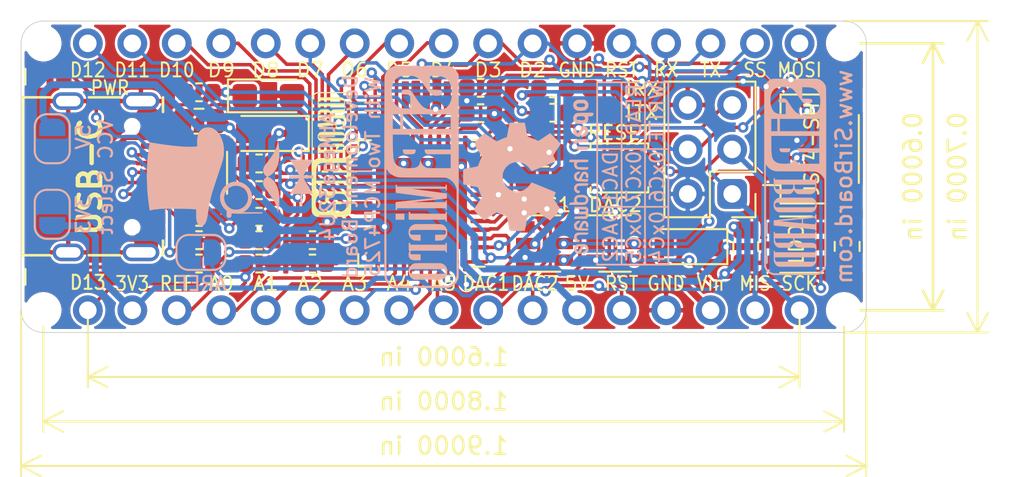
<source format=kicad_pcb>
(kicad_pcb (version 20171130) (host pcbnew "(5.1.2)-2")
  (title_block (title SirMicro) (date 2020-03-04) (rev 3) (company SirBoard) (comment 1 www.SirBoard.com) (comment 2 "Arduino Micro Footprint and Pinout with 3.3V and 5V capability ") (comment 3 "SirBlue Adapter + Two MCP4725 DACs ") (comment 4 "ATMega32U4 Based Dev Board"))
  (layers (0 F.Cu signal) (31 B.Cu signal) (34 B.Paste user hide) (35 F.Paste user hide) (36 B.SilkS user) (37 F.SilkS user) (38 B.Mask user hide) (39 F.Mask user hide) (44 Edge.Cuts user))
  (net 0 "")
  (net 1 GND)
  (net 2 /X1)
  (net 3 /X2)
  (net 4 /PWRLED)
  (net 5 TX_LED)
  (net 6 RX_LED)
  (net 7 A0)
  (net 8 A1)
  (net 9 A2)
  (net 10 A3)
  (net 11 A4)
  (net 12 A5)
  (net 13 RESET)
  (net 14 D11)
  (net 15 D13)
  (net 16 D12)
  (net 17 AREF)
  (net 18 VCC)
  (net 19 D-)
  (net 20 D+)
  (net 21 D10)
  (net 22 D9)
  (net 23 D8)
  (net 24 D7)
  (net 25 D6)
  (net 26 D5)
  (net 27 D4)
  (net 28 TX)
  (net 29 RX)
  (net 30 VBUS)
  (net 31 /D13LED)
  (net 32 "Net-(P1-PadB5)")
  (net 33 "Net-(P1-PadA8)")
  (net 34 "Net-(P1-PadA5)")
  (net 35 "Net-(P1-PadB8)")
  (net 36 VUSB)
  (net 37 VIN)
  (net 38 3V3)
  (net 39 "Net-(U2-Pad4)")
  (net 40 "Net-(C9-Pad1)")
  (net 41 SCL)
  (net 42 SDA)
  (net 43 MOSI)
  (net 44 MISO)
  (net 45 SCK)
  (net 46 uD+)
  (net 47 uD-)
  (net 48 /UCAP)
  (net 49 "Net-(C5-Pad1)")
  (net 50 /HWB)
  (net 51 /TXLED)
  (net 52 VO1)
  (net 53 VO2)
  (net 54 /RXLED)
  (module logo:SirBoard71X22 (layer F.Cu) (at 60.8965 35.56 90)
    (fp_text reference G*** hide)
    (fp_text value LOGO hide)
  )
  (module Package_TO_SOT_SMD:SOT-23-6 (layer F.Cu) (at 77.089 40.64)
    (fp_text reference DAC2 (at 0.0254 -2.2098) (layer F.SilkS) (effects (font (size 0.8 0.8) (thickness 0.12))))
    (fp_text value MCP4725)
    (pad 5 smd rect (at 1.1 0) (size 1.06 0.65) (layers F.Cu F.Paste F.Mask) (net 41 SCL))
    (pad 6 smd rect (at 1.1 -0.95) (size 1.06 0.65) (layers F.Cu F.Paste F.Mask) (net 1 GND))
    (pad 4 smd rect (at 1.1 0.95) (size 1.06 0.65) (layers F.Cu F.Paste F.Mask) (net 42 SDA))
    (pad 3 smd rect (at -1.1 0.95) (size 1.06 0.65) (layers F.Cu F.Paste F.Mask) (net 18 VCC))
    (pad 2 smd rect (at -1.1 0) (size 1.06 0.65) (layers F.Cu F.Paste F.Mask) (net 1 GND))
    (pad 1 smd rect (at -1.1 -0.95) (size 1.06 0.65) (layers F.Cu F.Paste F.Mask) (net 53 VO2))
  )
  (module Package_TO_SOT_SMD:SOT-23-6 (layer F.Cu) (at 73.068 40.64)
    (fp_text reference DAC1 (at 0 -2.2098) (layer F.SilkS) (effects (font (size 0.8 0.8) (thickness 0.12))))
    (fp_text value MCP4725)
    (pad 5 smd rect (at 1.1 0) (size 1.06 0.65) (layers F.Cu F.Paste F.Mask) (net 41 SCL))
    (pad 6 smd rect (at 1.1 -0.95) (size 1.06 0.65) (layers F.Cu F.Paste F.Mask) (net 18 VCC))
    (pad 4 smd rect (at 1.1 0.95) (size 1.06 0.65) (layers F.Cu F.Paste F.Mask) (net 42 SDA))
    (pad 3 smd rect (at -1.1 0.95) (size 1.06 0.65) (layers F.Cu F.Paste F.Mask) (net 18 VCC))
    (pad 2 smd rect (at -1.1 0) (size 1.06 0.65) (layers F.Cu F.Paste F.Mask) (net 1 GND))
    (pad 1 smd rect (at -1.1 -0.95) (size 1.06 0.65) (layers F.Cu F.Paste F.Mask) (net 52 VO1))
  )
  (module logo:SirMicro127x42 (layer B.Cu) (at 66.04 36.83 270)
    (fp_text reference G*** hide)
    (fp_text value LOGO hide)
  )
  (module Resistor_SMD:R_0603_1608Metric (layer F.Cu) (at 73.5585 33.1724)
    (fp_text reference R8 hide)
    (fp_text value 1k)
    (pad 2 smd roundrect (at 0.7875 0) (size 0.875 0.95) (layers F.Cu F.Paste F.Mask) (net 51 /TXLED))
    (pad 1 smd roundrect (at -0.7875 0) (size 0.875 0.95) (layers F.Cu F.Paste F.Mask) (net 5 TX_LED))
  )
  (module Inductor_SMD:L_0805_2012Metric_Pad1.15x1.40mm_HandSolder (layer F.Cu) (at 73.025 36.957 180)
    (fp_text reference L1 hide)
    (fp_text value 10uH)
    (pad 2 smd roundrect (at 1.025 0 180) (size 1.15 1.4) (layers F.Cu F.Paste F.Mask) (roundrect_rratio 0.217391) (net 40 "Net-(C9-Pad1)"))
    (pad 1 smd roundrect (at -1.025 0 180) (size 1.15 1.4) (layers F.Cu F.Paste F.Mask) (roundrect_rratio 0.217391) (net 18 VCC))
  )
  (module Capacitor_SMD:C_0603_1608Metric (layer F.Cu) (at 69.4182 33.1978)
    (fp_text reference C4 hide)
    (fp_text value 100nF)
    (pad 2 smd roundrect (at 0.7875 0) (size 0.875 0.95) (layers F.Cu F.Paste F.Mask) (net 1 GND))
    (pad 1 smd roundrect (at -0.7875 0) (size 0.875 0.95) (layers F.Cu F.Paste F.Mask) (net 18 VCC))
  )
  (module Capacitor_SMD:C_0603_1608Metric (layer F.Cu) (at 59.817 41.783 180)
    (fp_text reference C3 hide)
    (fp_text value 100nF)
    (pad 2 smd roundrect (at 0.7875 0 180) (size 0.875 0.95) (layers F.Cu F.Paste F.Mask) (net 1 GND))
    (pad 1 smd roundrect (at -0.7875 0 180) (size 0.875 0.95) (layers F.Cu F.Paste F.Mask) (net 18 VCC))
  )
  (module Capacitor_SMD:C_0603_1608Metric (layer F.Cu) (at 56.769 41.783)
    (fp_text reference C1 hide)
    (fp_text value 100nF)
    (pad 2 smd roundrect (at 0.7875 0) (size 0.875 0.95) (layers F.Cu F.Paste F.Mask) (net 1 GND))
    (pad 1 smd roundrect (at -0.7875 0) (size 0.875 0.95) (layers F.Cu F.Paste F.Mask) (net 17 AREF))
  )
  (module Resistor_SMD:R_0603_1608Metric (layer F.Cu) (at 59.817 40.4495)
    (fp_text reference R5 hide)
    (fp_text value 10k)
    (pad 2 smd roundrect (at 0.7875 0) (size 0.875 0.95) (layers F.Cu F.Paste F.Mask) (net 50 /HWB))
    (pad 1 smd roundrect (at -0.7875 0) (size 0.875 0.95) (layers F.Cu F.Paste F.Mask) (net 1 GND))
  )
  (module Capacitor_SMD:C_0603_1608Metric (layer F.Cu) (at 73.025 35.433)
    (fp_text reference C2 hide)
    (fp_text value 1uF)
    (pad 2 smd roundrect (at 0.7875 0) (size 0.875 0.95) (layers F.Cu F.Paste F.Mask) (net 1 GND))
    (pad 1 smd roundrect (at -0.7875 0) (size 0.875 0.95) (layers F.Cu F.Paste F.Mask) (net 48 /UCAP))
  )
  (module Resistor_SMD:R_0603_1608Metric (layer F.Cu) (at 56.769 37.592)
    (fp_text reference R2 hide)
    (fp_text value 22e)
    (pad 2 smd roundrect (at 0.7875 0) (size 0.875 0.95) (layers F.Cu F.Paste F.Mask) (net 47 uD-))
    (pad 1 smd roundrect (at -0.7875 0) (size 0.875 0.95) (layers F.Cu F.Paste F.Mask) (net 19 D-))
  )
  (module Resistor_SMD:R_0603_1608Metric (layer F.Cu) (at 56.769 36.068)
    (fp_text reference R1 hide)
    (fp_text value 22e)
    (pad 2 smd roundrect (at 0.7875 0) (size 0.875 0.95) (layers F.Cu F.Paste F.Mask) (net 46 uD+))
    (pad 1 smd roundrect (at -0.7875 0) (size 0.875 0.95) (layers F.Cu F.Paste F.Mask) (net 20 D+))
  )
  (module Capacitor_SMD:C_0603_1608Metric (layer F.Cu) (at 56.769 40.4495 180)
    (fp_text reference C9 hide)
    (fp_text value 1uF)
    (pad 2 smd roundrect (at 0.7875 0 180) (size 0.875 0.95) (layers F.Cu F.Paste F.Mask) (net 1 GND))
    (pad 1 smd roundrect (at -0.7875 0 180) (size 0.875 0.95) (layers F.Cu F.Paste F.Mask) (net 40 "Net-(C9-Pad1)"))
  )
  (module Jumper:SolderJumper-2_P1.3mm_Open_RoundedPad1.0x1.5mm (layer B.Cu) (at 44.958 38.974 90)
    (fp_text reference JP3 hide)
    (fp_text value SolderJumper_2_Open)
    (pad 2 smd custom (at 0.65 0 90) (size 1 0.5) (layers B.Cu B.Mask) (net 18 VCC) (options (clearance outline) (anchor rect)) (primitives (gr_circle (center 0 -0.25) (end 0.5 -0.25) (width 0)) (gr_circle (center 0 0.25) (end 0.5 0.25) (width 0)) (gr_poly (pts (xy 0 0.75) (xy -0.5 0.75) (xy -0.5 -0.75) (xy 0 -0.75)) (width 0))))
    (pad 1 smd custom (at -0.65 0 90) (size 1 0.5) (layers B.Cu B.Mask) (net 38 3V3) (options (clearance outline) (anchor rect)) (primitives (gr_circle (center 0 -0.25) (end 0.5 -0.25) (width 0)) (gr_circle (center 0 0.25) (end 0.5 0.25) (width 0)) (gr_poly (pts (xy 0 0.75) (xy 0.5 0.75) (xy 0.5 -0.75) (xy 0 -0.75)) (width 0))))
  )
  (module Jumper:SolderJumper-2_P1.3mm_Open_RoundedPad1.0x1.5mm (layer B.Cu) (at 44.958 34.656 270)
    (fp_text reference JP2 hide)
    (fp_text value SolderJumper_2_Open)
    (pad 2 smd custom (at 0.65 0 270) (size 1 0.5) (layers B.Cu B.Mask) (net 18 VCC) (options (clearance outline) (anchor rect)) (primitives (gr_circle (center 0 -0.25) (end 0.5 -0.25) (width 0)) (gr_circle (center 0 0.25) (end 0.5 0.25) (width 0)) (gr_poly (pts (xy 0 0.75) (xy -0.5 0.75) (xy -0.5 -0.75) (xy 0 -0.75)) (width 0))))
    (pad 1 smd custom (at -0.65 0 270) (size 1 0.5) (layers B.Cu B.Mask) (net 36 VUSB) (options (clearance outline) (anchor rect)) (primitives (gr_circle (center 0 -0.25) (end 0.5 -0.25) (width 0)) (gr_circle (center 0 0.25) (end 0.5 0.25) (width 0)) (gr_poly (pts (xy 0 0.75) (xy 0.5 0.75) (xy 0.5 -0.75) (xy 0 -0.75)) (width 0))))
  )
  (module Diode_SMD:D_SOD-123F (layer F.Cu) (at 81.3054 40.8178 180)
    (fp_text reference D3 hide)
    (fp_text value MBR120)
    (pad 2 smd rect (at 1.4 0 180) (size 1.1 1.1) (layers F.Cu F.Paste F.Mask) (net 37 VIN))
    (pad 1 smd rect (at -1.4 0 180) (size 1.1 1.1) (layers F.Cu F.Paste F.Mask) (net 49 "Net-(C5-Pad1)"))
  )
  (module Diode_SMD:D_SOD-123F (layer F.Cu) (at 57.404 34.3535 180)
    (fp_text reference D2 hide)
    (fp_text value MBR120)
    (pad 2 smd rect (at 1.4 0 180) (size 1.1 1.1) (layers F.Cu F.Paste F.Mask) (net 36 VUSB))
    (pad 1 smd rect (at -1.4 0 180) (size 1.1 1.1) (layers F.Cu F.Paste F.Mask) (net 49 "Net-(C5-Pad1)"))
  )
  (module Connector_PinHeader_2.54mm:PinHeader_2x03_P2.54mm_Vertical (layer F.Cu) (at 83.7819 37.8079 180)
    (fp_text reference J4 hide)
    (fp_text value Conn_02x03_Odd_Even)
    (pad 6 thru_hole oval (at 2.54 5.08 180) (size 1.7 1.7) (drill 1) (layers *.Cu *.Mask) (net 1 GND))
    (pad 5 thru_hole oval (at 0 5.08 180) (size 1.7 1.7) (drill 1) (layers *.Cu *.Mask) (net 13 RESET))
    (pad 4 thru_hole oval (at 2.54 2.54 180) (size 1.7 1.7) (drill 1) (layers *.Cu *.Mask) (net 43 MOSI))
    (pad 3 thru_hole oval (at 0 2.54 180) (size 1.7 1.7) (drill 1) (layers *.Cu *.Mask) (net 45 SCK))
    (pad 2 thru_hole oval (at 2.54 0 180) (size 1.7 1.7) (drill 1) (layers *.Cu *.Mask) (net 18 VCC))
    (pad 1 thru_hole roundrect (at 0 0 180) (size 1.7 1.7) (drill 1) (layers *.Cu *.Mask) (net 44 MISO))
  )
  (module Connector_PinHeader_2.54mm:PinHeader_1x17_P2.54mm_Vertical (layer B.Cu) (at 87.63 44.45 90)
    (fp_text reference J2 hide)
    (fp_text value Conn_01x17)
    (pad 17 thru_hole oval (at 0 -40.64 90) (size 1.7 1.7) (drill 1) (layers *.Cu *.Mask) (net 15 D13))
    (pad 16 thru_hole oval (at 0 -38.1 90) (size 1.7 1.7) (drill 1) (layers *.Cu *.Mask) (net 38 3V3))
    (pad 15 thru_hole oval (at 0 -35.56 90) (size 1.7 1.7) (drill 1) (layers *.Cu *.Mask) (net 17 AREF))
    (pad 14 thru_hole oval (at 0 -33.02 90) (size 1.7 1.7) (drill 1) (layers *.Cu *.Mask) (net 7 A0))
    (pad 13 thru_hole oval (at 0 -30.48 90) (size 1.7 1.7) (drill 1) (layers *.Cu *.Mask) (net 8 A1))
    (pad 12 thru_hole oval (at 0 -27.94 90) (size 1.7 1.7) (drill 1) (layers *.Cu *.Mask) (net 9 A2))
    (pad 11 thru_hole oval (at 0 -25.4 90) (size 1.7 1.7) (drill 1) (layers *.Cu *.Mask) (net 10 A3))
    (pad 10 thru_hole oval (at 0 -22.86 90) (size 1.7 1.7) (drill 1) (layers *.Cu *.Mask) (net 11 A4))
    (pad 9 thru_hole oval (at 0 -20.32 90) (size 1.7 1.7) (drill 1) (layers *.Cu *.Mask) (net 12 A5))
    (pad 8 thru_hole oval (at 0 -17.78 90) (size 1.7 1.7) (drill 1) (layers *.Cu *.Mask) (net 52 VO1))
    (pad 7 thru_hole oval (at 0 -15.24 90) (size 1.7 1.7) (drill 1) (layers *.Cu *.Mask) (net 53 VO2))
    (pad 6 thru_hole oval (at 0 -12.7 90) (size 1.7 1.7) (drill 1) (layers *.Cu *.Mask) (net 36 VUSB))
    (pad 5 thru_hole oval (at 0 -10.16 90) (size 1.7 1.7) (drill 1) (layers *.Cu *.Mask) (net 13 RESET))
    (pad 4 thru_hole oval (at 0 -7.62 90) (size 1.7 1.7) (drill 1) (layers *.Cu *.Mask) (net 1 GND))
    (pad 3 thru_hole oval (at 0 -5.08 90) (size 1.7 1.7) (drill 1) (layers *.Cu *.Mask) (net 37 VIN))
    (pad 2 thru_hole oval (at 0 -2.54 90) (size 1.7 1.7) (drill 1) (layers *.Cu *.Mask) (net 44 MISO))
    (pad 1 thru_hole circle (at 0 0 90) (size 1.7 1.7) (drill 1) (layers *.Cu *.Mask) (net 45 SCK))
  )
  (module Connector_PinHeader_2.54mm:PinHeader_1x17_P2.54mm_Vertical (layer B.Cu) (at 87.63 29.21 90)
    (fp_text reference J1 hide)
    (fp_text value Conn_01x17)
    (pad 17 thru_hole oval (at 0 -40.64 90) (size 1.7 1.7) (drill 1) (layers *.Cu *.Mask) (net 16 D12))
    (pad 16 thru_hole oval (at 0 -38.1 90) (size 1.7 1.7) (drill 1) (layers *.Cu *.Mask) (net 14 D11))
    (pad 15 thru_hole oval (at 0 -35.56 90) (size 1.7 1.7) (drill 1) (layers *.Cu *.Mask) (net 21 D10))
    (pad 14 thru_hole oval (at 0 -33.02 90) (size 1.7 1.7) (drill 1) (layers *.Cu *.Mask) (net 22 D9))
    (pad 13 thru_hole oval (at 0 -30.48 90) (size 1.7 1.7) (drill 1) (layers *.Cu *.Mask) (net 23 D8))
    (pad 12 thru_hole oval (at 0 -27.94 90) (size 1.7 1.7) (drill 1) (layers *.Cu *.Mask) (net 24 D7))
    (pad 11 thru_hole oval (at 0 -25.4 90) (size 1.7 1.7) (drill 1) (layers *.Cu *.Mask) (net 25 D6))
    (pad 10 thru_hole oval (at 0 -22.86 90) (size 1.7 1.7) (drill 1) (layers *.Cu *.Mask) (net 26 D5))
    (pad 9 thru_hole oval (at 0 -20.32 90) (size 1.7 1.7) (drill 1) (layers *.Cu *.Mask) (net 27 D4))
    (pad 8 thru_hole oval (at 0 -17.78 90) (size 1.7 1.7) (drill 1) (layers *.Cu *.Mask) (net 41 SCL))
    (pad 7 thru_hole oval (at 0 -15.24 90) (size 1.7 1.7) (drill 1) (layers *.Cu *.Mask) (net 42 SDA))
    (pad 6 thru_hole oval (at 0 -12.7 90) (size 1.7 1.7) (drill 1) (layers *.Cu *.Mask) (net 1 GND))
    (pad 5 thru_hole oval (at 0 -10.16 90) (size 1.7 1.7) (drill 1) (layers *.Cu *.Mask) (net 13 RESET))
    (pad 4 thru_hole oval (at 0 -7.62 90) (size 1.7 1.7) (drill 1) (layers *.Cu *.Mask) (net 29 RX))
    (pad 3 thru_hole oval (at 0 -5.08 90) (size 1.7 1.7) (drill 1) (layers *.Cu *.Mask) (net 28 TX))
    (pad 2 thru_hole oval (at 0 -2.54 90) (size 1.7 1.7) (drill 1) (layers *.Cu *.Mask) (net 6 RX_LED))
    (pad 1 thru_hole circle (at 0 0 90) (size 1.7 1.7) (drill 1) (layers *.Cu *.Mask) (net 43 MOSI))
  )
  (module Package_DFN_QFN:QFN-44-1EP_7x7mm_P0.5mm_EP5.2x5.2mm (layer F.Cu) (at 66.04 38.354 180)
    (fp_text reference U1 hide)
    (fp_text value ATmega32U4-MU)
    (pad 44 smd roundrect (at -2.5 -3.3375 180) (size 0.25 1.075) (layers F.Cu F.Paste F.Mask) (net 40 "Net-(C9-Pad1)"))
    (pad 43 smd roundrect (at -2 -3.3375 180) (size 0.25 1.075) (layers F.Cu F.Paste F.Mask) (net 1 GND))
    (pad 42 smd roundrect (at -1.5 -3.3375 180) (size 0.25 1.075) (layers F.Cu F.Paste F.Mask) (net 17 AREF))
    (pad 41 smd roundrect (at -1 -3.3375 180) (size 0.25 1.075) (layers F.Cu F.Paste F.Mask) (net 12 A5))
    (pad 40 smd roundrect (at -0.5 -3.3375 180) (size 0.25 1.075) (layers F.Cu F.Paste F.Mask) (net 11 A4))
    (pad 39 smd roundrect (at 0 -3.3375 180) (size 0.25 1.075) (layers F.Cu F.Paste F.Mask) (net 10 A3))
    (pad 38 smd roundrect (at 0.5 -3.3375 180) (size 0.25 1.075) (layers F.Cu F.Paste F.Mask) (net 9 A2))
    (pad 37 smd roundrect (at 1 -3.3375 180) (size 0.25 1.075) (layers F.Cu F.Paste F.Mask) (net 8 A1))
    (pad 36 smd roundrect (at 1.5 -3.3375 180) (size 0.25 1.075) (layers F.Cu F.Paste F.Mask) (net 7 A0))
    (pad 35 smd roundrect (at 2 -3.3375 180) (size 0.25 1.075) (layers F.Cu F.Paste F.Mask) (net 1 GND))
    (pad 34 smd roundrect (at 2.5 -3.3375 180) (size 0.25 1.075) (layers F.Cu F.Paste F.Mask) (net 18 VCC))
    (pad 33 smd roundrect (at 3.3375 -2.5 180) (size 1.075 0.25) (layers F.Cu F.Paste F.Mask) (net 50 /HWB))
    (pad 32 smd roundrect (at 3.3375 -2 180) (size 1.075 0.25) (layers F.Cu F.Paste F.Mask) (net 15 D13))
    (pad 31 smd roundrect (at 3.3375 -1.5 180) (size 1.075 0.25) (layers F.Cu F.Paste F.Mask) (net 26 D5))
    (pad 30 smd roundrect (at 3.3375 -1 180) (size 1.075 0.25) (layers F.Cu F.Paste F.Mask) (net 21 D10))
    (pad 29 smd roundrect (at 3.3375 -0.5 180) (size 1.075 0.25) (layers F.Cu F.Paste F.Mask) (net 22 D9))
    (pad 28 smd roundrect (at 3.3375 0 180) (size 1.075 0.25) (layers F.Cu F.Paste F.Mask) (net 23 D8))
    (pad 27 smd roundrect (at 3.3375 0.5 180) (size 1.075 0.25) (layers F.Cu F.Paste F.Mask) (net 25 D6))
    (pad 26 smd roundrect (at 3.3375 1 180) (size 1.075 0.25) (layers F.Cu F.Paste F.Mask) (net 16 D12))
    (pad 25 smd roundrect (at 3.3375 1.5 180) (size 1.075 0.25) (layers F.Cu F.Paste F.Mask) (net 29 RX))
    (pad 24 smd roundrect (at 3.3375 2 180) (size 1.075 0.25) (layers F.Cu F.Paste F.Mask) (net 40 "Net-(C9-Pad1)"))
    (pad 23 smd roundrect (at 3.3375 2.5 180) (size 1.075 0.25) (layers F.Cu F.Paste F.Mask) (net 1 GND))
    (pad 22 smd roundrect (at 2.5 3.3375 180) (size 0.25 1.075) (layers F.Cu F.Paste F.Mask) (net 5 TX_LED))
    (pad 21 smd roundrect (at 2 3.3375 180) (size 0.25 1.075) (layers F.Cu F.Paste F.Mask) (net 28 TX))
    (pad 20 smd roundrect (at 1.5 3.3375 180) (size 0.25 1.075) (layers F.Cu F.Paste F.Mask) (net 27 D4))
    (pad 19 smd roundrect (at 1 3.3375 180) (size 0.25 1.075) (layers F.Cu F.Paste F.Mask) (net 42 SDA))
    (pad 18 smd roundrect (at 0.5 3.3375 180) (size 0.25 1.075) (layers F.Cu F.Paste F.Mask) (net 41 SCL))
    (pad 17 smd roundrect (at 0 3.3375 180) (size 0.25 1.075) (layers F.Cu F.Paste F.Mask) (net 3 /X2))
    (pad 16 smd roundrect (at -0.5 3.3375 180) (size 0.25 1.075) (layers F.Cu F.Paste F.Mask) (net 2 /X1))
    (pad 15 smd roundrect (at -1 3.3375 180) (size 0.25 1.075) (layers F.Cu F.Paste F.Mask) (net 1 GND))
    (pad 14 smd roundrect (at -1.5 3.3375 180) (size 0.25 1.075) (layers F.Cu F.Paste F.Mask) (net 18 VCC))
    (pad 13 smd roundrect (at -2 3.3375 180) (size 0.25 1.075) (layers F.Cu F.Paste F.Mask) (net 13 RESET))
    (pad 12 smd roundrect (at -2.5 3.3375 180) (size 0.25 1.075) (layers F.Cu F.Paste F.Mask) (net 14 D11))
    (pad 11 smd roundrect (at -3.3375 2.5 180) (size 1.075 0.25) (layers F.Cu F.Paste F.Mask) (net 44 MISO))
    (pad 10 smd roundrect (at -3.3375 2 180) (size 1.075 0.25) (layers F.Cu F.Paste F.Mask) (net 43 MOSI))
    (pad 9 smd roundrect (at -3.3375 1.5 180) (size 1.075 0.25) (layers F.Cu F.Paste F.Mask) (net 45 SCK))
    (pad 8 smd roundrect (at -3.3375 1 180) (size 1.075 0.25) (layers F.Cu F.Paste F.Mask) (net 6 RX_LED))
    (pad 7 smd roundrect (at -3.3375 0.5 180) (size 1.075 0.25) (layers F.Cu F.Paste F.Mask) (net 30 VBUS))
    (pad 6 smd roundrect (at -3.3375 0 180) (size 1.075 0.25) (layers F.Cu F.Paste F.Mask) (net 48 /UCAP))
    (pad 5 smd roundrect (at -3.3375 -0.5 180) (size 1.075 0.25) (layers F.Cu F.Paste F.Mask) (net 1 GND))
    (pad 4 smd roundrect (at -3.3375 -1 180) (size 1.075 0.25) (layers F.Cu F.Paste F.Mask) (net 46 uD+))
    (pad 3 smd roundrect (at -3.3375 -1.5 180) (size 1.075 0.25) (layers F.Cu F.Paste F.Mask) (net 47 uD-))
    (pad 2 smd roundrect (at -3.3375 -2 180) (size 1.075 0.25) (layers F.Cu F.Paste F.Mask) (net 18 VCC))
    (pad 1 smd roundrect (at -3.3375 -2.5 180) (size 1.075 0.25) (layers F.Cu F.Paste F.Mask) (net 24 D7))
    (pad 45 smd roundrect (at 0 0 180) (size 5.2 5.2) (layers F.Cu F.Mask) (roundrect_rratio 0.048077) (net 1 GND))
  )
  (module Package_TO_SOT_SMD:SOT-23-5 (layer F.Cu) (at 87.4268 40.7035 180)
    (fp_text reference LDO (at -0.0254 0.0254 90) (layer F.SilkS) (effects (font (size 0.8 0.8) (thickness 0.12))))
    (fp_text value SPX3819M5-L-3-3)
    (pad 5 smd rect (at 1.1 -0.95 180) (size 1.06 0.65) (layers F.Cu F.Paste F.Mask) (net 38 3V3))
    (pad 4 smd rect (at 1.1 0.95 180) (size 1.06 0.65) (layers F.Cu F.Paste F.Mask) (net 39 "Net-(U2-Pad4)"))
    (pad 3 smd rect (at -1.1 0.95 180) (size 1.06 0.65) (layers F.Cu F.Paste F.Mask) (net 49 "Net-(C5-Pad1)"))
    (pad 2 smd rect (at -1.1 0 180) (size 1.06 0.65) (layers F.Cu F.Paste F.Mask) (net 1 GND))
    (pad 1 smd rect (at -1.1 -0.95 180) (size 1.06 0.65) (layers F.Cu F.Paste F.Mask) (net 49 "Net-(C5-Pad1)"))
  )
  (module logo:SirBoard112x35 (layer B.Cu) (at 87.376 36.83 270)
    (fp_text reference G*** hide)
    (fp_text value LOGO hide)
  )
  (module logo:logo94x134 (layer B.Cu) (at 55.118 36.83 270)
    (fp_text reference G*** hide)
    (fp_text value LOGO hide)
  )
  (module Symbol:OSHW-Logo2_9.8x8mm_SilkScreen (layer B.Cu) (at 72.136 36.83 270)
    (fp_text reference REF** hide)
    (fp_text value OSHW-Logo2_9.8x8mm_SilkScreen hide)
  )
  (module Resistor_SMD:R_0603_1608Metric (layer F.Cu) (at 53.34 40.4495 180)
    (fp_text reference R12 hide)
    (fp_text value 5K1)
    (pad 2 smd roundrect (at 0.7875 0 180) (size 0.875 0.95) (layers F.Cu F.Paste F.Mask) (net 34 "Net-(P1-PadA5)"))
    (pad 1 smd roundrect (at -0.7875 0 180) (size 0.875 0.95) (layers F.Cu F.Paste F.Mask) (net 1 GND))
  )
  (module Resistor_SMD:R_0603_1608Metric (layer F.Cu) (at 53.34 39.116 180)
    (fp_text reference R11 hide)
    (fp_text value 5K1)
    (pad 2 smd roundrect (at 0.7875 0 180) (size 0.875 0.95) (layers F.Cu F.Paste F.Mask) (net 32 "Net-(P1-PadB5)"))
    (pad 1 smd roundrect (at -0.7875 0 180) (size 0.875 0.95) (layers F.Cu F.Paste F.Mask) (net 1 GND))
  )
  (module SirBoardLibrary:SirBlue_Connector (layer F.Cu) (at 88.3285 35.2425 90)
    (fp_text reference JST4-SH (at 0 0 90) (layer F.SilkS) (effects (font (size 0.8 0.8) (thickness 0.12))))
    (fp_text value SirBlue)
    (pad 1 smd roundrect (at -1.5 -2 90) (size 0.6 1.55) (layers F.Cu F.Paste F.Mask) (net 41 SCL))
    (pad 2 smd roundrect (at -0.5 -2 90) (size 0.6 1.55) (layers F.Cu F.Paste F.Mask) (net 42 SDA))
    (pad 3 smd roundrect (at 0.5 -2 90) (size 0.6 1.55) (layers F.Cu F.Paste F.Mask) (net 18 VCC))
    (pad 4 smd roundrect (at 1.5 -2 90) (size 0.6 1.55) (layers F.Cu F.Paste F.Mask) (net 1 GND))
    (pad MP smd roundrect (at -2.8 1.875 90) (size 1.2 1.8) (layers F.Cu F.Paste F.Mask) (roundrect_rratio 0.208333))
    (pad MP smd roundrect (at 2.8 1.875 90) (size 1.2 1.8) (layers F.Cu F.Paste F.Mask) (roundrect_rratio 0.208333))
  )
  (module Button_Switch_SMD:SW_SPST_B3U-1000P (layer F.Cu) (at 77.343 36.322)
    (fp_text reference RESET (at 0 -2.0066) (layer F.SilkS) (effects (font (size 0.8 0.8) (thickness 0.12))))
    (fp_text value SW_Push)
    (pad 2 smd rect (at 1.7 0) (size 0.9 1.7) (layers F.Cu F.Paste F.Mask) (net 1 GND))
    (pad 1 smd rect (at -1.7 0) (size 0.9 1.7) (layers F.Cu F.Paste F.Mask) (net 13 RESET))
  )
  (module SirBoardLibrary:SOT-143 (layer F.Cu) (at 53.467 36.576 90)
    (fp_text reference D1 hide)
    (fp_text value PRTR5V0U2X)
    (pad 4 smd rect (at 1.1508 -1.0516) (size 0.8 1) (layers F.Cu F.Paste F.Mask) (net 30 VBUS))
    (pad 3 smd rect (at 1.1508 0.8484) (size 0.8 1) (layers F.Cu F.Paste F.Mask) (net 20 D+))
    (pad 2 smd rect (at -1.1492 0.8484) (size 0.8 1) (layers F.Cu F.Paste F.Mask) (net 19 D-))
    (pad 1 smd rect (at -1.1492 -0.8716) (size 1.2 1) (layers F.Cu F.Paste F.Mask) (net 1 GND))
  )
  (module Resistor_SMD:R_0805_2012Metric (layer F.Cu) (at 53.34 33.655 180)
    (fp_text reference F1 hide)
    (fp_text value 500mA)
    (pad 2 smd roundrect (at 0.9375 0 180) (size 0.975 1.4) (layers F.Cu F.Paste F.Mask) (net 30 VBUS))
    (pad 1 smd roundrect (at -0.9375 0 180) (size 0.975 1.4) (layers F.Cu F.Paste F.Mask) (net 36 VUSB))
  )
  (module LED_SMD:LED_0603_1608Metric (layer F.Cu) (at 44.831 31.115)
    (fp_text reference PWR (at 3.429 0.635 180) (layer F.SilkS) (effects (font (size 0.8 0.7) (thickness 0.11))))
    (fp_text value LED)
    (pad 2 smd roundrect (at 0.7875 0) (size 0.875 0.95) (layers F.Cu F.Paste F.Mask) (net 4 /PWRLED))
    (pad 1 smd roundrect (at -0.7875 0) (size 0.875 0.95) (layers F.Cu F.Paste F.Mask) (net 1 GND))
  )
  (module LED_SMD:LED_0603_1608Metric (layer F.Cu) (at 44.831 42.545)
    (fp_text reference D13 (at 2.159 0.3175 180) (layer F.SilkS) (effects (font (size 0.8 0.7) (thickness 0.12))))
    (fp_text value LED)
    (pad 2 smd roundrect (at 0.7875 0) (size 0.875 0.95) (layers F.Cu F.Paste F.Mask) (net 31 /D13LED))
    (pad 1 smd roundrect (at -0.7875 0) (size 0.875 0.95) (layers F.Cu F.Paste F.Mask) (net 1 GND))
  )
  (module LED_SMD:LED_0603_1608Metric (layer F.Cu) (at 76.4794 33.1724 180)
    (fp_text reference TX (at -2.3876 0) (layer F.SilkS) (effects (font (size 0.8 0.8) (thickness 0.12))))
    (fp_text value LED)
    (pad 2 smd roundrect (at 0.7875 0 180) (size 0.875 0.95) (layers F.Cu F.Paste F.Mask) (net 51 /TXLED))
    (pad 1 smd roundrect (at -0.7875 0 180) (size 0.875 0.95) (layers F.Cu F.Paste F.Mask) (net 1 GND))
  )
  (module LED_SMD:LED_0603_1608Metric (layer F.Cu) (at 76.4794 31.7754 180)
    (fp_text reference RX (at -2.3876 -0.0254 180) (layer F.SilkS) (effects (font (size 0.8 0.8) (thickness 0.12))))
    (fp_text value LED)
    (pad 2 smd roundrect (at 0.7875 0 180) (size 0.875 0.95) (layers F.Cu F.Paste F.Mask) (net 54 /RXLED))
    (pad 1 smd roundrect (at -0.7875 0 180) (size 0.875 0.95) (layers F.Cu F.Paste F.Mask) (net 1 GND))
  )
  (module Resistor_SMD:R_0603_1608Metric (layer F.Cu) (at 56.769 39.116 180)
    (fp_text reference R10 hide)
    (fp_text value 1k)
    (pad 2 smd roundrect (at 0.7875 0 180) (size 0.875 0.95) (layers F.Cu F.Paste F.Mask) (net 4 /PWRLED))
    (pad 1 smd roundrect (at -0.7875 0 180) (size 0.875 0.95) (layers F.Cu F.Paste F.Mask) (net 18 VCC))
  )
  (module Resistor_SMD:R_0603_1608Metric (layer F.Cu) (at 53.34 41.783 180)
    (fp_text reference R9 hide)
    (fp_text value 1k)
    (pad 2 smd roundrect (at 0.7875 0 180) (size 0.875 0.95) (layers F.Cu F.Paste F.Mask) (net 31 /D13LED))
    (pad 1 smd roundrect (at -0.7875 0 180) (size 0.875 0.95) (layers F.Cu F.Paste F.Mask) (net 15 D13))
  )
  (module Resistor_SMD:R_0603_1608Metric (layer F.Cu) (at 73.533 31.7754)
    (fp_text reference R4 hide)
    (fp_text value 1k)
    (pad 2 smd roundrect (at 0.7875 0) (size 0.875 0.95) (layers F.Cu F.Paste F.Mask) (net 54 /RXLED))
    (pad 1 smd roundrect (at -0.7875 0) (size 0.875 0.95) (layers F.Cu F.Paste F.Mask) (net 6 RX_LED))
  )
  (module Crystal:Resonator_SMD_muRata_CSTxExxV-3Pin_3.0x1.1mm (layer F.Cu) (at 66.3194 32.3342 180)
    (fp_text reference Y1 hide)
    (fp_text value 20MHz)
    (pad 3 smd rect (at 1.2 0 180) (size 0.4 1.9) (layers F.Cu F.Paste F.Mask) (net 3 /X2))
    (pad 2 smd rect (at 0 0 180) (size 0.4 1.9) (layers F.Cu F.Paste F.Mask) (net 1 GND))
    (pad 1 smd rect (at -1.2 0 180) (size 0.4 1.9) (layers F.Cu F.Paste F.Mask) (net 2 /X1))
  )
  (module Resistor_SMD:R_0603_1608Metric (layer F.Cu) (at 69.4182 31.75)
    (fp_text reference R3 hide)
    (fp_text value 10k)
    (pad 2 smd roundrect (at 0.7875 0) (size 0.875 0.95) (layers F.Cu F.Paste F.Mask) (net 13 RESET))
    (pad 1 smd roundrect (at -0.7875 0) (size 0.875 0.95) (layers F.Cu F.Paste F.Mask) (net 18 VCC))
  )
  (module Capacitor_SMD:C_0805_2012Metric (layer F.Cu) (at 84.5566 40.8051 270)
    (fp_text reference C7 hide)
    (fp_text value 10uF)
    (pad 2 smd roundrect (at 0.9375 0 270) (size 0.975 1.4) (layers F.Cu F.Paste F.Mask) (net 1 GND))
    (pad 1 smd roundrect (at -0.9375 0 270) (size 0.975 1.4) (layers F.Cu F.Paste F.Mask) (net 38 3V3))
  )
  (module Capacitor_SMD:C_0805_2012Metric (layer F.Cu) (at 90.3478 40.8051 90)
    (fp_text reference C5 hide)
    (fp_text value 10uF)
    (pad 2 smd roundrect (at 0.9375 0 90) (size 0.975 1.4) (layers F.Cu F.Paste F.Mask) (net 1 GND))
    (pad 1 smd roundrect (at -0.9375 0 90) (size 0.975 1.4) (layers F.Cu F.Paste F.Mask) (net 49 "Net-(C5-Pad1)"))
  )
  (module Capacitor_Tantalum_SMD:CP_EIA-3216-12_Kemet-S (layer F.Cu) (at 57.3024 32.2072)
    (fp_text reference C8 hide)
    (fp_text value 22uF)
    (pad 2 smd roundrect (at 1.35 0) (size 1.4 1.35) (layers F.Cu F.Paste F.Mask) (roundrect_rratio 0.185185) (net 1 GND))
    (pad 1 smd roundrect (at -1.35 0) (size 1.4 1.35) (layers F.Cu F.Paste F.Mask) (roundrect_rratio 0.185185) (net 30 VBUS))
  )
  (module MountingHole:MountingHole_2.2mm_M2 (layer F.Cu) (at 90.17 29.21)
    (fp_text reference H4 hide)
    (fp_text value MountingHole)
    (pad "" np_thru_hole circle (at 0 0) (size 1.778 1.778) (drill 1.778) (layers *.Cu *.Mask))
  )
  (module MountingHole:MountingHole_2.2mm_M2 (layer F.Cu) (at 44.45 44.45)
    (fp_text reference H3 hide)
    (fp_text value MountingHole)
    (pad "" np_thru_hole circle (at 0 0) (size 1.778 1.778) (drill 1.778) (layers *.Cu *.Mask))
  )
  (module MountingHole:MountingHole_2.2mm_M2 (layer F.Cu) (at 90.17 44.45)
    (fp_text reference H2 hide)
    (fp_text value MountingHole)
    (pad "" np_thru_hole circle (at 0 0) (size 1.778 1.778) (drill 1.778) (layers *.Cu *.Mask))
  )
  (module MountingHole:MountingHole_2.2mm_M2 (layer F.Cu) (at 44.45 29.21)
    (fp_text reference H1 hide)
    (fp_text value MountingHole)
    (pad "" np_thru_hole circle (at 0 0) (size 1.778 1.778) (drill 1.778) (layers *.Cu *.Mask))
  )
  (module SirBoardLibrary:USB_C (layer F.Cu) (at 51.308 33.6135 270)
    (fp_text reference USB-C (at 3.2165 4.191 90) (layer F.SilkS) (effects (font (size 1.27 1.27) (thickness 0.254))))
    (fp_text value USB_C_Plug_USB2.0 hide)
    (pad B4 smd rect (at 5.4558 0.5866 270) (size 0.31 1.4) (layers F.Cu F.Paste F.Mask) (net 30 VBUS))
    (pad B1 smd rect (at 6.2585 0.5866 270) (size 0.31 1.4) (layers F.Cu F.Paste F.Mask) (net 1 GND))
    (pad B9 smd rect (at 0.9685 0.5842 270) (size 0.31 1.4) (layers F.Cu F.Paste F.Mask) (net 30 VBUS))
    (pad B12 smd rect (at 0.1685 0.5842 270) (size 0.31 1.4) (layers F.Cu F.Paste F.Mask) (net 1 GND))
    (pad A1 smd rect (at -0.1415 0.5866 270) (size 0.31 1.4) (layers F.Cu F.Paste F.Mask) (net 1 GND))
    (pad A12 smd rect (at 6.5685 0.5866 270) (size 0.31 1.4) (layers F.Cu F.Paste F.Mask) (net 1 GND))
    (pad "" np_thru_hole circle (at 0.3235 1.7866 270) (size 0.65 0.65) (drill oval 0.65) (layers *.Cu *.Mask))
    (pad "" np_thru_hole circle (at 6.1035 1.7866 270) (size 0.65 0.65) (drill oval 0.65) (layers *.Cu *.Mask))
    (pad S1 thru_hole oval (at -1.1065 5.4366 270) (size 1 1.8) (drill oval 0.6 1.4) (layers *.Cu *.Mask) (net 1 GND))
    (pad S1 thru_hole oval (at 7.5335 5.4366 270) (size 1 1.8) (drill oval 0.6 1.4) (layers *.Cu *.Mask) (net 1 GND))
    (pad S1 thru_hole oval (at 7.5335 1.2866 270) (size 1 2.1) (drill oval 0.6 1.7) (layers *.Cu *.Mask) (net 1 GND))
    (pad S1 thru_hole oval (at -1.1065 1.2866 270) (size 1 2.1) (drill oval 0.6 1.7) (layers *.Cu *.Mask) (net 1 GND))
    (pad B5 smd rect (at 4.9635 0.5866 270) (size 0.32 1.4) (layers F.Cu F.Paste F.Mask) (net 32 "Net-(P1-PadB5)"))
    (pad A8 smd rect (at 4.4635 0.5866 270) (size 0.32 1.4) (layers F.Cu F.Paste F.Mask) (net 33 "Net-(P1-PadA8)"))
    (pad B6 smd rect (at 3.9635 0.5866 270) (size 0.32 1.4) (layers F.Cu F.Paste F.Mask) (net 20 D+))
    (pad A7 smd rect (at 3.4635 0.5866 270) (size 0.32 1.4) (layers F.Cu F.Paste F.Mask) (net 19 D-))
    (pad A6 smd rect (at 2.9635 0.5866 270) (size 0.32 1.4) (layers F.Cu F.Paste F.Mask) (net 20 D+))
    (pad B7 smd rect (at 2.4635 0.5866 270) (size 0.32 1.4) (layers F.Cu F.Paste F.Mask) (net 19 D-))
    (pad A5 smd rect (at 1.9635 0.5866 270) (size 0.32 1.4) (layers F.Cu F.Paste F.Mask) (net 34 "Net-(P1-PadA5)"))
    (pad B8 smd rect (at 1.4635 0.5866 270) (size 0.32 1.4) (layers F.Cu F.Paste F.Mask) (net 35 "Net-(P1-PadB8)"))
    (pad A9 smd rect (at 5.7685 0.5866 270) (size 0.31 1.4) (layers F.Cu F.Paste F.Mask) (net 30 VBUS))
    (pad A4 smd rect (at 0.6585 0.5866 270) (size 0.31 1.4) (layers F.Cu F.Paste F.Mask) (net 30 VBUS))
  )
  (module Jumper:SolderJumper-2_P1.3mm_Open_RoundedPad1.0x1.5mm (layer B.Cu) (at 53.452 41.148)
    (fp_text reference JP1 hide)
    (fp_text value AREF)
    (pad 2 smd custom (at 0.65 0) (size 1 0.5) (layers B.Cu B.Mask) (net 17 AREF) (options (clearance outline) (anchor rect)) (primitives (gr_circle (center 0 -0.25) (end 0.5 -0.25) (width 0)) (gr_circle (center 0 0.25) (end 0.5 0.25) (width 0)) (gr_poly (pts (xy 0 0.75) (xy -0.5 0.75) (xy -0.5 -0.75) (xy 0 -0.75)) (width 0))))
    (pad 1 smd custom (at -0.65 0) (size 1 0.5) (layers B.Cu B.Mask) (net 18 VCC) (options (clearance outline) (anchor rect)) (primitives (gr_circle (center 0 -0.25) (end 0.5 -0.25) (width 0)) (gr_circle (center 0 0.25) (end 0.5 0.25) (width 0)) (gr_poly (pts (xy 0 0.75) (xy 0.5 0.75) (xy 0.5 -0.75) (xy 0 -0.75)) (width 0))))
  )
  (module Capacitor_SMD:C_0603_1608Metric (layer F.Cu) (at 53.34 32.004 180)
    (fp_text reference C6 hide)
    (fp_text value 10nF)
    (pad 2 smd roundrect (at 0.7875 0 180) (size 0.875 0.95) (layers F.Cu F.Paste F.Mask) (net 1 GND))
    (pad 1 smd roundrect (at -0.7875 0 180) (size 0.875 0.95) (layers F.Cu F.Paste F.Mask) (net 30 VBUS))
  )
  (dimension 15.24 (width 0.15) (layer F.SilkS) (gr_text "15.240 mm" (at 96.55 36.83 270) (layer F.SilkS) (effects (font (size 1 1) (thickness 0.15)) (justify mirror))) (feature1 (pts (xy 90.17 44.45) (xy 95.836421 44.45))) (feature2 (pts (xy 90.17 29.21) (xy 95.836421 29.21))) (crossbar (pts (xy 95.25 29.21) (xy 95.25 44.45))) (arrow1a (pts (xy 95.25 44.45) (xy 94.663579 43.323496))) (arrow1b (pts (xy 95.25 44.45) (xy 95.836421 43.323496))) (arrow2a (pts (xy 95.25 29.21) (xy 94.663579 30.336504))) (arrow2b (pts (xy 95.25 29.21) (xy 95.836421 30.336504))))
  (gr_text 0xC6 (at 79.502 36.83 90) (layer B.SilkS) (effects (font (size 0.8 0.8) (thickness 0.12)) (justify mirror)))
  (gr_text 0xC7 (at 78.1685 36.83 90) (layer B.SilkS) (effects (font (size 0.8 0.8) (thickness 0.12)) (justify mirror)))
  (gr_text 0xC5 (at 78.1685 40.259 90) (layer B.SilkS) (effects (font (size 0.8 0.8) (thickness 0.12)) (justify mirror)))
  (gr_text 0xC4 (at 79.502 40.259 90) (layer B.SilkS) (effects (font (size 0.8 0.8) (thickness 0.12)) (justify mirror)))
  (gr_line (start 78.8035 41.8465) (end 78.8035 31.4325) (layer B.SilkS) (width 0.1))
  (gr_line (start 77.47 41.8465) (end 78.74 41.8465) (layer B.SilkS) (width 0.1))
  (gr_line (start 77.47 31.4325) (end 77.47 41.8465) (layer B.SilkS) (width 0.1))
  (gr_line (start 76.073 35.2425) (end 80.137 35.2425) (layer B.SilkS) (width 0.1))
  (gr_line (start 76.073 38.5445) (end 80.137 38.5445) (layer B.SilkS) (width 0.1))
  (gr_text DAC2 (at 76.835 40.1955 90) (layer B.SilkS) (effects (font (size 0.8 0.8) (thickness 0.12)) (justify mirror)))
  (gr_text DAC1 (at 76.835 36.8935 90) (layer B.SilkS) (effects (font (size 0.8 0.8) (thickness 0.12)) (justify mirror)))
  (gr_text WRITE (at 79.502 31.4325 90) (layer B.SilkS) (effects (font (size 0.8 0.8) (thickness 0.12)) (justify left mirror)))
  (gr_text READ (at 78.1685 31.4325 90) (layer B.SilkS) (effects (font (size 0.8 0.8) (thickness 0.12)) (justify left mirror)))
  (gr_line (start 76.073 41.8465) (end 76.073 31.4325) (layer B.SilkS) (width 0.1))
  (gr_line (start 80.137 41.8465) (end 76.073 41.8465) (layer B.SilkS) (width 0.1))
  (gr_line (start 80.137 31.4325) (end 80.137 41.8465) (layer B.SilkS) (width 0.1))
  (gr_line (start 76.073 31.4325) (end 80.137 31.4325) (layer B.SilkS) (width 0.1))
  (gr_text D3 (at 69.85 30.734) (layer F.SilkS) (effects (font (size 0.8 0.8) (thickness 0.11))))
  (gr_text DAC2 (at 72.517 42.926) (layer F.SilkS) (effects (font (size 0.8 0.7) (thickness 0.11))))
  (gr_text DAC1 (at 69.723 42.926) (layer F.SilkS) (effects (font (size 0.8 0.7) (thickness 0.11))))
  (gr_text MOSI (at 87.63 30.734) (layer F.SilkS) (effects (font (size 0.8 0.7) (thickness 0.11))))
  (gr_text SS (at 85.09 30.734) (layer F.SilkS) (effects (font (size 0.8 0.7) (thickness 0.11))))
  (gr_text SCK (at 87.63 42.926) (layer F.SilkS) (effects (font (size 0.8 0.7) (thickness 0.11))))
  (gr_text MIS (at 85.09 42.926) (layer F.SilkS) (effects (font (size 0.8 0.7) (thickness 0.11))))
  (gr_text AREF (at 53.467 42.926) (layer B.SilkS) (effects (font (size 0.8 0.8) (thickness 0.12)) (justify mirror)))
  (gr_text "www.SirBoard.com\n" (at 90.17 36.83 90) (layer B.SilkS) (effects (font (size 0.9 0.9)) (justify mirror)))
  (gr_text "AtMega32U4\nDevelopment Board\nWith Two MCP4725" (at 61.976 36.83 90) (layer B.SilkS) (effects (font (size 0.8 0.8) (thickness 0.13)) (justify mirror)))
  (gr_text 5V (at 46.736 34.544 90) (layer B.SilkS) (effects (font (size 0.8 0.8) (thickness 0.13)) (justify mirror)))
  (gr_text "VCC Select" (at 48.006 36.83 90) (layer B.SilkS) (effects (font (size 0.8 0.8) (thickness 0.13)) (justify mirror)))
  (gr_text 3V3 (at 46.736 38.989 90) (layer B.SilkS) (effects (font (size 0.8 0.8) (thickness 0.13)) (justify mirror)))
  (dimension 17.78 (width 0.12) (layer F.SilkS) (gr_text "17.780 mm" (at 99.06 36.83 270) (layer F.SilkS) (effects (font (size 1 1) (thickness 0.15)) (justify mirror))) (feature1 (pts (xy 90.17 45.72) (xy 98.376421 45.72))) (feature2 (pts (xy 90.17 27.94) (xy 98.376421 27.94))) (crossbar (pts (xy 97.79 27.94) (xy 97.79 45.72))) (arrow1a (pts (xy 97.79 45.72) (xy 97.203579 44.593496))) (arrow1b (pts (xy 97.79 45.72) (xy 98.376421 44.593496))) (arrow2a (pts (xy 97.79 27.94) (xy 97.203579 29.066504))) (arrow2b (pts (xy 97.79 27.94) (xy 98.376421 29.066504))))
  (gr_text Vin (at 82.55 42.926) (layer F.SilkS) (effects (font (size 0.8 0.7) (thickness 0.11))))
  (gr_text GND (at 80.01 42.926) (layer F.SilkS) (effects (font (size 0.8 0.7) (thickness 0.11))))
  (gr_text RST (at 77.47 42.926) (layer F.SilkS) (effects (font (size 0.8 0.7) (thickness 0.11))))
  (gr_text 5V (at 74.93 42.926) (layer F.SilkS) (effects (font (size 0.8 0.8) (thickness 0.11))))
  (gr_text A5 (at 67.31 42.926) (layer F.SilkS) (effects (font (size 0.8 0.8) (thickness 0.11))))
  (gr_text A4 (at 64.77 42.926) (layer F.SilkS) (effects (font (size 0.8 0.8) (thickness 0.11))))
  (gr_text A3 (at 62.23 42.926) (layer F.SilkS) (effects (font (size 0.8 0.8) (thickness 0.11))))
  (gr_text A2 (at 59.69 42.926) (layer F.SilkS) (effects (font (size 0.8 0.8) (thickness 0.11))))
  (gr_text A1 (at 57.15 42.926) (layer F.SilkS) (effects (font (size 0.8 0.8) (thickness 0.11))))
  (gr_text A0 (at 54.61 42.926) (layer F.SilkS) (effects (font (size 0.8 0.8) (thickness 0.11))))
  (gr_text REF (at 52.07 42.926) (layer F.SilkS) (effects (font (size 0.8 0.7) (thickness 0.11))))
  (gr_text 3V3 (at 49.53 42.926) (layer F.SilkS) (effects (font (size 0.8 0.7) (thickness 0.11))))
  (gr_text TX (at 82.55 30.734) (layer F.SilkS) (effects (font (size 0.8 0.7) (thickness 0.11))))
  (gr_text RX (at 80.01 30.734) (layer F.SilkS) (effects (font (size 0.8 0.7) (thickness 0.11))))
  (gr_text RST (at 77.47 30.734) (layer F.SilkS) (effects (font (size 0.8 0.7) (thickness 0.11))))
  (gr_text GND (at 74.93 30.734) (layer F.SilkS) (effects (font (size 0.8 0.7) (thickness 0.11))))
  (gr_text D2 (at 72.39 30.734) (layer F.SilkS) (effects (font (size 0.8 0.8) (thickness 0.11))))
  (gr_text D4 (at 67.31 30.734) (layer F.SilkS) (effects (font (size 0.8 0.8) (thickness 0.11))))
  (gr_text D5 (at 64.77 30.734) (layer F.SilkS) (effects (font (size 0.8 0.8) (thickness 0.11))))
  (gr_text D6 (at 62.23 30.734) (layer F.SilkS) (effects (font (size 0.8 0.8) (thickness 0.11))))
  (gr_text D7 (at 59.69 30.734) (layer F.SilkS) (effects (font (size 0.8 0.8) (thickness 0.11))))
  (gr_text D8 (at 57.15 30.734) (layer F.SilkS) (effects (font (size 0.8 0.8) (thickness 0.11))))
  (gr_text D9 (at 54.61 30.734) (layer F.SilkS) (effects (font (size 0.8 0.8) (thickness 0.11))))
  (gr_text D10 (at 52.07 30.734) (layer F.SilkS) (effects (font (size 0.8 0.7) (thickness 0.11))))
  (gr_text D11 (at 49.53 30.734) (layer F.SilkS) (effects (font (size 0.8 0.7) (thickness 0.11))))
  (gr_text D12 (at 46.99 30.734) (layer F.SilkS) (effects (font (size 0.8 0.7) (thickness 0.11))))
  (dimension 40.64 (width 0.12) (layer F.SilkS) (gr_text "40.640 mm" (at 67.31 49.53) (layer F.SilkS) (effects (font (size 1 1) (thickness 0.15)) (justify mirror))) (feature1 (pts (xy 87.63 44.45) (xy 87.63 48.846421))) (feature2 (pts (xy 46.99 44.45) (xy 46.99 48.846421))) (crossbar (pts (xy 46.99 48.26) (xy 87.63 48.26))) (arrow1a (pts (xy 87.63 48.26) (xy 86.503496 48.846421))) (arrow1b (pts (xy 87.63 48.26) (xy 86.503496 47.673579))) (arrow2a (pts (xy 46.99 48.26) (xy 48.116504 48.846421))) (arrow2b (pts (xy 46.99 48.26) (xy 48.116504 47.673579))))
  (dimension 48.26 (width 0.12) (layer F.SilkS) (gr_text "48.260 mm" (at 67.31 54.61) (layer F.SilkS) (effects (font (size 1 1) (thickness 0.15)) (justify mirror))) (feature1 (pts (xy 91.44 44.45) (xy 91.44 53.926421))) (feature2 (pts (xy 43.18 44.45) (xy 43.18 53.926421))) (crossbar (pts (xy 43.18 53.34) (xy 91.44 53.34))) (arrow1a (pts (xy 91.44 53.34) (xy 90.313496 53.926421))) (arrow1b (pts (xy 91.44 53.34) (xy 90.313496 52.753579))) (arrow2a (pts (xy 43.18 53.34) (xy 44.306504 53.926421))) (arrow2b (pts (xy 43.18 53.34) (xy 44.306504 52.753579))))
  (dimension 45.72 (width 0.12) (layer F.SilkS) (gr_text "45.720 mm" (at 67.31 52.07) (layer F.SilkS) (effects (font (size 1 1) (thickness 0.15)) (justify mirror))) (feature1 (pts (xy 90.17 44.45) (xy 90.17 51.386421))) (feature2 (pts (xy 44.45 44.45) (xy 44.45 51.386421))) (crossbar (pts (xy 44.45 50.8) (xy 90.17 50.8))) (arrow1a (pts (xy 90.17 50.8) (xy 89.043496 51.386421))) (arrow1b (pts (xy 90.17 50.8) (xy 89.043496 50.213579))) (arrow2a (pts (xy 44.45 50.8) (xy 45.576504 51.386421))) (arrow2b (pts (xy 44.45 50.8) (xy 45.576504 50.213579))))
  (gr_arc (start 90.17 44.45) (end 90.17 45.72) (angle -90) (layer Edge.Cuts) (width 0.05))
  (gr_arc (start 44.45 44.45) (end 43.18 44.45) (angle -90) (layer Edge.Cuts) (width 0.05))
  (gr_arc (start 90.17 29.21) (end 91.44 29.21) (angle -90) (layer Edge.Cuts) (width 0.05))
  (gr_arc (start 44.45 29.21) (end 44.45 27.94) (angle -90) (layer Edge.Cuts) (width 0.05))
  (gr_line (start 91.44 44.45) (end 91.44 29.21) (layer Edge.Cuts) (width 0.05))
  (gr_line (start 44.45 45.72) (end 90.17 45.72) (layer Edge.Cuts) (width 0.05))
  (gr_line (start 43.18 29.21) (end 43.18 44.45) (layer Edge.Cuts) (width 0.05))
  (gr_line (start 90.17 27.94) (end 44.45 27.94) (layer Edge.Cuts) (width 0.05))
  (via (at 68.326 36.2458) (size 0.6) (drill 0.3) (layers F.Cu B.Cu) (net 1))
  (via (at 66.421 36.068) (size 0.6) (drill 0.3) (layers F.Cu B.Cu) (net 1))
  (via (at 65.024 36.068) (size 0.6) (drill 0.3) (layers F.Cu B.Cu) (net 1))
  (via (at 63.9318 39.6748) (size 0.6) (drill 0.3) (layers F.Cu B.Cu) (net 1))
  (segment (start 64.04 40.354) (end 66.04 38.354) (width 0.2) (layer F.Cu) (net 1))
  (segment (start 64.04 41.6915) (end 64.04 40.354) (width 0.2) (layer F.Cu) (net 1))
  (segment (start 68.24 38.354) (end 66.04 38.354) (width 0.2) (layer F.Cu) (net 1))
  (segment (start 68.74 38.854) (end 68.24 38.354) (width 0.2) (layer F.Cu) (net 1))
  (segment (start 69.3775 38.854) (end 68.74 38.854) (width 0.2) (layer F.Cu) (net 1))
  (segment (start 66.04 39.054) (end 66.04 38.354) (width 0.2) (layer F.Cu) (net 1))
  (segment (start 68.04 41.054) (end 66.04 39.054) (width 0.2) (layer F.Cu) (net 1))
  (segment (start 68.04 41.6915) (end 68.04 41.054) (width 0.2) (layer F.Cu) (net 1))
  (segment (start 67.04 37.354) (end 66.04 38.354) (width 0.2) (layer F.Cu) (net 1))
  (segment (start 67.04 35.0165) (end 67.04 37.354) (width 0.2) (layer F.Cu) (net 1))
  (segment (start 63.54 35.854) (end 66.04 38.354) (width 0.2) (layer F.Cu) (net 1))
  (segment (start 62.7025 35.854) (end 63.54 35.854) (width 0.2) (layer F.Cu) (net 1))
  (segment (start 50.0214 33.0796) (end 50.7238 33.782) (width 0.3) (layer F.Cu) (net 1))
  (segment (start 50.0214 32.507) (end 50.0214 33.0796) (width 0.3) (layer F.Cu) (net 1))
  (segment (start 50.7214 40.182) (end 50.7214 39.872) (width 0.3) (layer F.Cu) (net 1))
  (via (at 84.4042 31.369) (size 0.6) (drill 0.3) (layers F.Cu B.Cu) (net 1))
  (segment (start 49.8214 40.182) (end 49.6682 40.3352) (width 0.2) (layer F.Cu) (net 1))
  (segment (start 50.7214 40.182) (end 49.8214 40.182) (width 0.2) (layer F.Cu) (net 1))
  (segment (start 50.7214 40.182) (end 50.115 40.182) (width 0.2) (layer F.Cu) (net 1))
  (segment (start 50.115 40.182) (end 49.8602 40.4368) (width 0.2) (layer F.Cu) (net 1))
  (segment (start 49.8602 40.4368) (end 49.2506 40.4368) (width 0.2) (layer F.Cu) (net 1))
  (segment (start 50.7238 33.782) (end 51.5366 33.782) (width 0.3) (layer F.Cu) (net 1))
  (segment (start 50.7492 33.6042) (end 51.562 33.6042) (width 0.3) (layer F.Cu) (net 1))
  (segment (start 50.7492 33.4518) (end 51.562 33.4518) (width 0.3) (layer F.Cu) (net 1))
  (segment (start 50.2412 33.782) (end 50.7238 33.782) (width 0.3) (layer F.Cu) (net 1))
  (segment (start 50.7214 33.472) (end 49.9312 33.472) (width 0.3) (layer F.Cu) (net 1))
  (segment (start 49.9312 33.472) (end 50.2412 33.782) (width 0.3) (layer F.Cu) (net 1))
  (segment (start 50.0214 32.507) (end 50.0214 33.0874) (width 0.3) (layer F.Cu) (net 1))
  (segment (start 49.9312 33.1776) (end 49.9312 33.472) (width 0.3) (layer F.Cu) (net 1))
  (segment (start 50.0214 33.0874) (end 49.9312 33.1776) (width 0.3) (layer F.Cu) (net 1))
  (segment (start 50.7214 33.207) (end 50.0214 32.507) (width 0.6) (layer F.Cu) (net 1))
  (segment (start 50.7214 33.472) (end 50.7214 33.207) (width 0.6) (layer F.Cu) (net 1))
  (segment (start 50.7214 40.182) (end 50.2928 40.182) (width 0.6) (layer F.Cu) (net 1))
  (segment (start 50.419 40.386) (end 50.419 41.0796) (width 0.6) (layer F.Cu) (net 1))
  (segment (start 50.2928 40.182) (end 50.0214 40.4534) (width 0.6) (layer F.Cu) (net 1))
  (segment (start 50.0214 41.147) (end 50.293 41.147) (width 0.6) (layer F.Cu) (net 1))
  (segment (start 50.5114 41.147) (end 50.546 41.1124) (width 0.6) (layer F.Cu) (net 1))
  (segment (start 50.293 41.147) (end 50.5114 41.147) (width 0.6) (layer F.Cu) (net 1))
  (segment (start 50.6984 40.7822) (end 50.6984 40.3352) (width 0.6) (layer F.Cu) (net 1))
  (segment (start 49.9364 40.5638) (end 49.9364 41.2574) (width 0.6) (layer F.Cu) (net 1))
  (via (at 60.6552 39.3954) (size 0.6) (drill 0.3) (layers F.Cu B.Cu) (net 1))
  (segment (start 63.6524 39.3954) (end 63.9318 39.6748) (width 0.4) (layer B.Cu) (net 1))
  (segment (start 60.6552 39.3954) (end 63.6524 39.3954) (width 0.4) (layer B.Cu) (net 1))
  (via (at 73.3298 35.433) (size 0.6) (drill 0.3) (layers F.Cu B.Cu) (net 1))
  (via (at 66.8528 32.9692) (size 0.6) (drill 0.3) (layers F.Cu B.Cu) (net 1))
  (via (at 70.2056 33.2232) (size 0.6) (drill 0.3) (layers F.Cu B.Cu) (net 1))
  (segment (start 73.8125 35.433) (end 74.0156 35.433) (width 0.5) (layer F.Cu) (net 1))
  (segment (start 74.0156 35.433) (end 74.422 35.8394) (width 0.5) (layer F.Cu) (net 1))
  (segment (start 74.422 35.8394) (end 74.7268 35.8394) (width 0.5) (layer F.Cu) (net 1))
  (segment (start 86.3285 33.7425) (end 86.3285 32.2773) (width 0.2) (layer F.Cu) (net 1))
  (segment (start 86.3285 32.2773) (end 85.725 31.6738) (width 0.2) (layer F.Cu) (net 1))
  (via (at 85.725 31.6738) (size 0.6) (drill 0.3) (layers F.Cu B.Cu) (net 1))
  (segment (start 85.4202 31.369) (end 85.725 31.6738) (width 0.6) (layer B.Cu) (net 1))
  (segment (start 84.4042 31.369) (end 85.4202 31.369) (width 0.6) (layer B.Cu) (net 1))
  (via (at 73.9902 38.7858) (size 0.6) (drill 0.3) (layers F.Cu B.Cu) (net 1))
  (via (at 72.517 40.6654) (size 0.6) (drill 0.3) (layers F.Cu B.Cu) (net 1))
  (segment (start 72.517 40.513) (end 72.517 40.6654) (width 0.4) (layer B.Cu) (net 1))
  (segment (start 73.9902 38.7858) (end 73.9902 39.0398) (width 0.4) (layer B.Cu) (net 1))
  (segment (start 73.9902 39.0398) (end 72.517 40.513) (width 0.4) (layer B.Cu) (net 1))
  (segment (start 67.0052 33.1216) (end 66.8528 32.9692) (width 0.3) (layer B.Cu) (net 1))
  (segment (start 70.2056 33.2232) (end 70.104 33.1216) (width 0.3) (layer B.Cu) (net 1))
  (segment (start 70.104 33.1216) (end 67.0052 33.1216) (width 0.3) (layer B.Cu) (net 1))
  (segment (start 70.2056 33.2232) (end 70.6374 33.2232) (width 0.3) (layer B.Cu) (net 1))
  (segment (start 72.8472 35.433) (end 73.3298 35.433) (width 0.3) (layer B.Cu) (net 1))
  (segment (start 70.6374 33.2232) (end 72.8472 35.433) (width 0.3) (layer B.Cu) (net 1))
  (segment (start 67.5194 33.0842) (end 67.5194 32.3342) (width 0.2) (layer F.Cu) (net 2))
  (segment (start 66.54 35.0165) (end 66.54 34.0636) (width 0.2) (layer F.Cu) (net 2))
  (segment (start 66.54 34.0636) (end 67.5194 33.0842) (width 0.2) (layer F.Cu) (net 2))
  (segment (start 65.1194 33.1408) (end 65.1194 32.3342) (width 0.2) (layer F.Cu) (net 3))
  (segment (start 66.04 35.0165) (end 66.04 34.0614) (width 0.2) (layer F.Cu) (net 3))
  (segment (start 66.04 34.0614) (end 65.1194 33.1408) (width 0.2) (layer F.Cu) (net 3))
  (via (at 55.0672 39.7764) (size 0.6) (drill 0.3) (layers F.Cu B.Cu) (net 4))
  (segment (start 55.9815 39.116) (end 55.7276 39.116) (width 0.2) (layer F.Cu) (net 4))
  (segment (start 55.7276 39.116) (end 55.0672 39.7764) (width 0.2) (layer F.Cu) (net 4))
  (via (at 47.4726 33.4518) (size 0.6) (drill 0.3) (layers F.Cu B.Cu) (net 4))
  (segment (start 46.156 31.115) (end 45.6185 31.115) (width 0.2) (layer F.Cu) (net 4))
  (segment (start 47.4726 32.4316) (end 46.156 31.115) (width 0.2) (layer F.Cu) (net 4))
  (segment (start 47.4726 33.4518) (end 47.4726 32.4316) (width 0.2) (layer F.Cu) (net 4))
  (segment (start 48.5648 34.544) (end 47.4726 33.4518) (width 0.2) (layer B.Cu) (net 4))
  (segment (start 55.0672 39.7764) (end 49.8348 34.544) (width 0.2) (layer B.Cu) (net 4))
  (segment (start 49.8348 34.544) (end 48.5648 34.544) (width 0.2) (layer B.Cu) (net 4))
  (via (at 71.7804 33.0708) (size 0.6) (drill 0.3) (layers F.Cu B.Cu) (net 5))
  (segment (start 71.882 33.1724) (end 72.771 33.1724) (width 0.2) (layer F.Cu) (net 5))
  (segment (start 71.7804 33.0708) (end 71.882 33.1724) (width 0.2) (layer F.Cu) (net 5))
  (via (at 62.7888 31.6484) (size 0.6) (drill 0.3) (layers F.Cu B.Cu) (net 5))
  (segment (start 63.373 31.6484) (end 62.7888 31.6484) (width 0.2) (layer B.Cu) (net 5))
  (segment (start 63.6524 31.9278) (end 63.373 31.6484) (width 0.2) (layer B.Cu) (net 5))
  (segment (start 71.7804 33.0708) (end 70.6374 31.9278) (width 0.2) (layer B.Cu) (net 5))
  (segment (start 70.6374 31.9278) (end 63.6524 31.9278) (width 0.2) (layer B.Cu) (net 5))
  (segment (start 62.7888 32.072664) (end 62.7888 31.6484) (width 0.2) (layer F.Cu) (net 5))
  (segment (start 63.0174 32.301264) (end 62.7888 32.072664) (width 0.2) (layer F.Cu) (net 5))
  (segment (start 63.0174 33.90935) (end 63.0174 32.301264) (width 0.2) (layer F.Cu) (net 5))
  (segment (start 63.54 35.0165) (end 63.54 34.43195) (width 0.2) (layer F.Cu) (net 5))
  (segment (start 63.54 34.43195) (end 63.0174 33.90935) (width 0.2) (layer F.Cu) (net 5))
  (via (at 71.7804 32.1818) (size 0.6) (drill 0.3) (layers F.Cu B.Cu) (net 6))
  (segment (start 72.3391 32.1818) (end 72.7455 31.7754) (width 0.2) (layer F.Cu) (net 6))
  (segment (start 71.7804 32.1818) (end 72.3391 32.1818) (width 0.2) (layer F.Cu) (net 6))
  (via (at 71.0946 35.229804) (size 0.6) (drill 0.3) (layers F.Cu B.Cu) (net 6))
  (segment (start 70.8152 35.509204) (end 71.0946 35.229804) (width 0.2) (layer F.Cu) (net 6))
  (segment (start 70.8152 36.6776) (end 70.8152 35.509204) (width 0.2) (layer F.Cu) (net 6))
  (segment (start 69.3775 37.354) (end 70.1388 37.354) (width 0.2) (layer F.Cu) (net 6))
  (segment (start 70.1388 37.354) (end 70.8152 36.6776) (width 0.2) (layer F.Cu) (net 6))
  (segment (start 71.9836 31.9786) (end 71.7804 32.1818) (width 0.2) (layer B.Cu) (net 6))
  (segment (start 73.8886 31.9786) (end 71.9836 31.9786) (width 0.2) (layer B.Cu) (net 6))
  (segment (start 71.0946 35.2806) (end 71.0946 35.229804) (width 0.2) (layer B.Cu) (net 6))
  (segment (start 72.2376 36.4236) (end 71.0946 35.2806) (width 0.2) (layer B.Cu) (net 6))
  (segment (start 73.6092 36.4236) (end 72.2376 36.4236) (width 0.2) (layer B.Cu) (net 6))
  (segment (start 73.8886 36.1442) (end 73.6092 36.4236) (width 0.2) (layer B.Cu) (net 6))
  (segment (start 73.9648 31.9786) (end 73.8886 32.0548) (width 0.2) (layer B.Cu) (net 6))
  (segment (start 73.8886 32.0548) (end 73.8886 36.1442) (width 0.2) (layer B.Cu) (net 6))
  (segment (start 77.1652 31.9786) (end 73.5584 31.9786) (width 0.2) (layer B.Cu) (net 6))
  (segment (start 78.0288 32.8422) (end 77.1652 31.9786) (width 0.2) (layer B.Cu) (net 6))
  (segment (start 78.994 32.8422) (end 78.0288 32.8422) (width 0.2) (layer B.Cu) (net 6))
  (segment (start 84.9376 29.21) (end 83.3628 30.7848) (width 0.2) (layer B.Cu) (net 6))
  (segment (start 85.09 29.21) (end 84.9376 29.21) (width 0.2) (layer B.Cu) (net 6))
  (segment (start 83.3628 30.7848) (end 80.5942 30.7848) (width 0.2) (layer B.Cu) (net 6))
  (segment (start 80.5942 30.7848) (end 80.2132 31.1658) (width 0.2) (layer B.Cu) (net 6))
  (segment (start 80.2132 31.1658) (end 80.2132 31.623) (width 0.2) (layer B.Cu) (net 6))
  (segment (start 80.2132 31.623) (end 78.994 32.8422) (width 0.2) (layer B.Cu) (net 6))
  (segment (start 64.2605 42.6085) (end 64.54 42.329) (width 0.2) (layer F.Cu) (net 7))
  (segment (start 57.3151 42.6085) (end 64.2605 42.6085) (width 0.2) (layer F.Cu) (net 7))
  (segment (start 54.61 44.45) (end 55.4736 44.45) (width 0.2) (layer F.Cu) (net 7))
  (segment (start 55.4736 44.45) (end 57.3151 42.6085) (width 0.2) (layer F.Cu) (net 7))
  (segment (start 64.54 42.329) (end 64.54 41.6915) (width 0.2) (layer F.Cu) (net 7))
  (segment (start 57.15 44.45) (end 58.6486 42.9514) (width 0.2) (layer F.Cu) (net 8))
  (segment (start 58.6486 42.9514) (end 64.5668 42.9514) (width 0.2) (layer F.Cu) (net 8))
  (segment (start 64.5668 42.9514) (end 65.04 42.4782) (width 0.2) (layer F.Cu) (net 8))
  (segment (start 65.04 42.4782) (end 65.04 41.6915) (width 0.2) (layer F.Cu) (net 8))
  (segment (start 65.39201 42.28642) (end 65.39201 41.83949) (width 0.2) (layer F.Cu) (net 9))
  (segment (start 65.36701 42.31142) (end 65.39201 42.28642) (width 0.2) (layer F.Cu) (net 9))
  (segment (start 65.36701 42.613651) (end 65.36701 42.31142) (width 0.2) (layer F.Cu) (net 9))
  (segment (start 64.702251 43.27841) (end 65.36701 42.613651) (width 0.2) (layer F.Cu) (net 9))
  (segment (start 59.69 44.45) (end 60.86159 43.27841) (width 0.2) (layer F.Cu) (net 9))
  (segment (start 60.86159 43.27841) (end 64.702251 43.27841) (width 0.2) (layer F.Cu) (net 9))
  (segment (start 65.39201 41.83949) (end 65.54 41.6915) (width 0.2) (layer F.Cu) (net 9))
  (segment (start 66.04 42.9514) (end 66.009799 42.981601) (width 0.2) (layer F.Cu) (net 10))
  (segment (start 62.23 44.45) (end 63.3984 43.2816) (width 0.2) (layer B.Cu) (net 10))
  (segment (start 66.009799 42.981601) (end 65.7098 43.2816) (width 0.2) (layer F.Cu) (net 10))
  (segment (start 66.04 41.6915) (end 66.04 42.9514) (width 0.2) (layer F.Cu) (net 10))
  (segment (start 65.285536 43.2816) (end 65.7098 43.2816) (width 0.2) (layer B.Cu) (net 10))
  (via (at 65.7098 43.2816) (size 0.6) (drill 0.3) (layers F.Cu B.Cu) (net 10))
  (segment (start 63.3984 43.2816) (end 65.285536 43.2816) (width 0.2) (layer B.Cu) (net 10))
  (segment (start 66.525789 42.343211) (end 66.54 42.329) (width 0.2) (layer F.Cu) (net 11))
  (segment (start 66.54 42.329) (end 66.54 41.6915) (width 0.2) (layer F.Cu) (net 11))
  (segment (start 66.525789 43.481611) (end 66.525789 42.343211) (width 0.2) (layer F.Cu) (net 11))
  (segment (start 65.5574 44.45) (end 66.525789 43.481611) (width 0.2) (layer F.Cu) (net 11))
  (segment (start 64.77 44.45) (end 65.5574 44.45) (width 0.2) (layer F.Cu) (net 11))
  (segment (start 66.9544 44.0944) (end 67.31 44.45) (width 0.2) (layer F.Cu) (net 12))
  (segment (start 66.9544 42.4146) (end 66.9544 44.0944) (width 0.2) (layer F.Cu) (net 12))
  (segment (start 67.04 41.6915) (end 67.04 42.329) (width 0.2) (layer F.Cu) (net 12))
  (segment (start 67.04 42.329) (end 66.9544 42.4146) (width 0.2) (layer F.Cu) (net 12))
  (segment (start 68.04 34.379) (end 68.3576 34.0614) (width 0.2) (layer F.Cu) (net 13))
  (segment (start 68.04 35.0165) (end 68.04 34.379) (width 0.2) (layer F.Cu) (net 13))
  (segment (start 68.3576 34.0614) (end 69.1134 34.0614) (width 0.2) (layer F.Cu) (net 13))
  (segment (start 69.1134 34.0614) (end 69.4182 33.7566) (width 0.2) (layer F.Cu) (net 13))
  (segment (start 69.4182 32.5375) (end 70.2057 31.75) (width 0.2) (layer F.Cu) (net 13))
  (segment (start 69.4182 33.7566) (end 69.4182 32.5375) (width 0.2) (layer F.Cu) (net 13))
  (segment (start 75.643 37.372) (end 75.9299 37.6589) (width 0.2) (layer F.Cu) (net 13))
  (segment (start 75.643 36.322) (end 75.643 37.372) (width 0.2) (layer F.Cu) (net 13))
  (segment (start 77.47 43.247919) (end 77.47 44.45) (width 0.2) (layer F.Cu) (net 13))
  (segment (start 77.1144 42.892319) (end 77.47 43.247919) (width 0.2) (layer F.Cu) (net 13))
  (segment (start 77.1144 38.8434) (end 77.1144 42.892319) (width 0.2) (layer F.Cu) (net 13))
  (segment (start 76.1492 36.322) (end 75.643 36.322) (width 0.2) (layer F.Cu) (net 13))
  (segment (start 76.4794 35.9918) (end 76.1492 36.322) (width 0.2) (layer F.Cu) (net 13))
  (segment (start 83.3501 32.7279) (end 83.7819 32.7279) (width 0.2) (layer F.Cu) (net 13))
  (segment (start 82.042 34.036) (end 83.3501 32.7279) (width 0.2) (layer F.Cu) (net 13))
  (segment (start 79.0448 34.036) (end 82.042 34.036) (width 0.2) (layer F.Cu) (net 13))
  (segment (start 76.4794 35.9918) (end 77.089 35.9918) (width 0.2) (layer F.Cu) (net 13))
  (segment (start 77.089 35.9918) (end 79.0448 34.036) (width 0.2) (layer F.Cu) (net 13))
  (segment (start 77.47 29.8196) (end 77.47 29.21) (width 0.2) (layer F.Cu) (net 13))
  (segment (start 70.9677 31.0388) (end 76.3016 31.0388) (width 0.2) (layer F.Cu) (net 13))
  (segment (start 70.9169 31.0388) (end 70.9677 31.0388) (width 0.2) (layer F.Cu) (net 13))
  (segment (start 70.2057 31.75) (end 70.9169 31.0388) (width 0.2) (layer F.Cu) (net 13))
  (segment (start 76.4794 31.2166) (end 76.3016 31.0388) (width 0.2) (layer F.Cu) (net 13))
  (segment (start 76.4794 35.9918) (end 76.4794 31.2166) (width 0.2) (layer F.Cu) (net 13))
  (via (at 78.6384 31.369) (size 0.6) (drill 0.3) (layers F.Cu B.Cu) (net 13))
  (segment (start 78.113667 31.058257) (end 78.413666 31.358256) (width 0.2) (layer F.Cu) (net 13))
  (segment (start 76.4794 31.2166) (end 76.637743 31.058257) (width 0.2) (layer F.Cu) (net 13))
  (segment (start 76.637743 31.058257) (end 78.113667 31.058257) (width 0.2) (layer F.Cu) (net 13))
  (segment (start 75.9299 37.6589) (end 77.1144 38.8434) (width 0.2) (layer B.Cu) (net 13))
  (via (at 75.9299 37.6589) (size 0.6) (drill 0.3) (layers F.Cu B.Cu) (net 13))
  (segment (start 77.1144 38.8434) (end 77.1144 38.8434) (width 0.2) (layer F.Cu) (net 13))
  (via (at 77.1144 38.8434) (size 0.6) (drill 0.3) (layers F.Cu B.Cu) (net 13))
  (segment (start 78.867 31.369) (end 78.6384 31.369) (width 0.2) (layer B.Cu) (net 13))
  (segment (start 79.0702 31.1658) (end 78.867 31.369) (width 0.2) (layer B.Cu) (net 13))
  (segment (start 79.0702 30.226) (end 79.0702 31.1658) (width 0.2) (layer B.Cu) (net 13))
  (segment (start 77.47 29.21) (end 78.0542 29.21) (width 0.2) (layer B.Cu) (net 13))
  (segment (start 78.0542 29.21) (end 79.0702 30.226) (width 0.2) (layer B.Cu) (net 13))
  (via (at 68.9711 35.0165) (size 0.6) (drill 0.3) (layers F.Cu B.Cu) (net 14))
  (segment (start 68.54 35.0165) (end 68.9711 35.0165) (width 0.2) (layer F.Cu) (net 14))
  (segment (start 68.671101 34.716501) (end 68.9711 35.0165) (width 0.2) (layer B.Cu) (net 14))
  (segment (start 65.983901 34.716501) (end 68.671101 34.716501) (width 0.2) (layer B.Cu) (net 14))
  (segment (start 64.2366 32.9692) (end 65.983901 34.716501) (width 0.2) (layer B.Cu) (net 14))
  (segment (start 50.6476 30.3276) (end 52.4002 30.3276) (width 0.2) (layer B.Cu) (net 14))
  (segment (start 49.53 29.21) (end 50.6476 30.3276) (width 0.2) (layer B.Cu) (net 14))
  (segment (start 54.6354 32.5628) (end 59.2836 32.5628) (width 0.2) (layer B.Cu) (net 14))
  (segment (start 52.4002 30.3276) (end 54.6354 32.5628) (width 0.2) (layer B.Cu) (net 14))
  (segment (start 59.2836 32.5628) (end 59.69 32.9692) (width 0.2) (layer B.Cu) (net 14))
  (segment (start 59.69 32.9692) (end 64.2366 32.9692) (width 0.2) (layer B.Cu) (net 14))
  (via (at 55.0672 41.1226) (size 0.6) (drill 0.3) (layers F.Cu B.Cu) (net 15))
  (segment (start 54.1275 41.783) (end 54.4068 41.783) (width 0.2) (layer F.Cu) (net 15))
  (segment (start 54.4068 41.783) (end 55.0672 41.1226) (width 0.2) (layer F.Cu) (net 15))
  (segment (start 61.722 40.3606) (end 62.6959 40.3606) (width 0.2) (layer F.Cu) (net 15))
  (segment (start 62.6959 40.3606) (end 62.7025 40.354) (width 0.2) (layer F.Cu) (net 15))
  (via (at 61.722 40.3606) (size 0.6) (drill 0.3) (layers F.Cu B.Cu) (net 15))
  (segment (start 58.0644 40.3606) (end 61.722 40.3606) (width 0.2) (layer B.Cu) (net 15))
  (segment (start 55.0672 41.1226) (end 57.3024 41.1226) (width 0.2) (layer B.Cu) (net 15))
  (segment (start 57.3024 41.1226) (end 58.0644 40.3606) (width 0.2) (layer B.Cu) (net 15))
  (segment (start 54.1275 42.5703) (end 54.1275 41.783) (width 0.2) (layer F.Cu) (net 15))
  (segment (start 53.4162 43.2816) (end 54.1275 42.5703) (width 0.2) (layer F.Cu) (net 15))
  (segment (start 46.99 44.45) (end 48.1584 43.2816) (width 0.2) (layer F.Cu) (net 15))
  (segment (start 48.1584 43.2816) (end 53.4162 43.2816) (width 0.2) (layer F.Cu) (net 15))
  (via (at 61.3156 33.680396) (size 0.6) (drill 0.3) (layers F.Cu B.Cu) (net 16))
  (segment (start 61.066399 33.929597) (end 61.3156 33.680396) (width 0.2) (layer F.Cu) (net 16))
  (segment (start 61.066399 36.355399) (end 61.066399 33.929597) (width 0.2) (layer F.Cu) (net 16))
  (segment (start 62.7025 37.354) (end 62.065 37.354) (width 0.2) (layer F.Cu) (net 16))
  (segment (start 62.065 37.354) (end 61.066399 36.355399) (width 0.2) (layer F.Cu) (net 16))
  (segment (start 61.010804 33.3756) (end 61.3156 33.680396) (width 0.2) (layer B.Cu) (net 16))
  (segment (start 48.514 30.734) (end 52.2986 30.734) (width 0.2) (layer B.Cu) (net 16))
  (segment (start 46.99 29.21) (end 48.514 30.734) (width 0.2) (layer B.Cu) (net 16))
  (segment (start 52.2986 30.734) (end 54.5084 32.9438) (width 0.2) (layer B.Cu) (net 16))
  (segment (start 54.5084 32.9438) (end 59.1312 32.9438) (width 0.2) (layer B.Cu) (net 16))
  (segment (start 59.1312 32.9438) (end 59.563 33.3756) (width 0.2) (layer B.Cu) (net 16))
  (segment (start 59.563 33.3756) (end 61.010804 33.3756) (width 0.2) (layer B.Cu) (net 16))
  (via (at 55.9815 42.545) (size 0.6) (drill 0.3) (layers F.Cu B.Cu) (net 17))
  (segment (start 54.651408 42.545) (end 55.9815 42.545) (width 0.2) (layer B.Cu) (net 17))
  (segment (start 54.102 41.148) (end 54.102 41.995592) (width 0.2) (layer B.Cu) (net 17))
  (segment (start 54.102 41.995592) (end 54.651408 42.545) (width 0.2) (layer B.Cu) (net 17))
  (segment (start 67.54 41.6915) (end 67.54 42.648) (width 0.2) (layer F.Cu) (net 17))
  (segment (start 56.4387 42.0878) (end 66.9798 42.0878) (width 0.2) (layer B.Cu) (net 17))
  (segment (start 66.9798 42.0878) (end 67.240001 42.348001) (width 0.2) (layer B.Cu) (net 17))
  (segment (start 55.9815 42.545) (end 56.4387 42.0878) (width 0.2) (layer B.Cu) (net 17))
  (segment (start 67.240001 42.348001) (end 67.54 42.648) (width 0.2) (layer B.Cu) (net 17))
  (via (at 67.54 42.648) (size 0.6) (drill 0.3) (layers F.Cu B.Cu) (net 17))
  (segment (start 55.9815 42.8753) (end 55.9815 41.783) (width 0.2) (layer F.Cu) (net 17))
  (segment (start 55.6768 43.18) (end 55.9815 42.8753) (width 0.2) (layer F.Cu) (net 17))
  (segment (start 54.1528 43.18) (end 55.6768 43.18) (width 0.2) (layer F.Cu) (net 17))
  (segment (start 52.07 44.45) (end 52.8828 44.45) (width 0.2) (layer F.Cu) (net 17))
  (segment (start 52.8828 44.45) (end 54.1528 43.18) (width 0.2) (layer F.Cu) (net 17))
  (segment (start 57.5565 39.116) (end 57.5565 39.116) (width 0.2) (layer F.Cu) (net 18))
  (segment (start 44.958 38.324) (end 44.958 35.306) (width 0.4) (layer B.Cu) (net 18))
  (via (at 74.9046 38.7858) (size 0.6) (drill 0.3) (layers F.Cu B.Cu) (net 18))
  (segment (start 74.168 39.69) (end 74.168 39.5224) (width 0.2) (layer F.Cu) (net 18))
  (segment (start 74.168 39.5224) (end 74.9046 38.7858) (width 0.2) (layer F.Cu) (net 18))
  (segment (start 68.6307 32.766) (end 68.6307 32.5883) (width 0.2) (layer F.Cu) (net 18))
  (segment (start 68.6307 31.9277) (end 68.58 31.877) (width 0.2) (layer F.Cu) (net 18))
  (segment (start 67.54 34.2885) (end 68.6307 33.1978) (width 0.2) (layer F.Cu) (net 18))
  (segment (start 67.54 35.0165) (end 67.54 34.2885) (width 0.2) (layer F.Cu) (net 18))
  (via (at 87.4776 34.7472) (size 0.6) (drill 0.3) (layers F.Cu B.Cu) (net 18))
  (segment (start 86.3285 34.7425) (end 87.4729 34.7425) (width 0.2) (layer F.Cu) (net 18))
  (segment (start 87.4729 34.7425) (end 87.4776 34.7472) (width 0.2) (layer F.Cu) (net 18))
  (segment (start 68.6307 32.5883) (end 68.6307 31.9277) (width 0.2) (layer F.Cu) (net 18))
  (via (at 68.6308 32.4866) (size 0.6) (drill 0.3) (layers F.Cu B.Cu) (net 18))
  (via (at 56.769 39.7764) (size 0.6) (drill 0.3) (layers F.Cu B.Cu) (net 18))
  (segment (start 57.5565 39.116) (end 57.4294 39.116) (width 0.4) (layer F.Cu) (net 18))
  (segment (start 57.4294 39.116) (end 56.769 39.7764) (width 0.4) (layer F.Cu) (net 18))
  (via (at 62.7634 41.4528) (size 0.6) (drill 0.3) (layers F.Cu B.Cu) (net 18))
  (segment (start 63.1444 41.4528) (end 62.7634 41.4528) (width 0.2) (layer F.Cu) (net 18))
  (segment (start 63.54 41.6915) (end 63.3831 41.6915) (width 0.2) (layer F.Cu) (net 18))
  (segment (start 63.3831 41.6915) (end 63.1444 41.4528) (width 0.2) (layer F.Cu) (net 18))
  (segment (start 62.738 41.4274) (end 62.7634 41.4528) (width 0.2) (layer F.Cu) (net 18))
  (segment (start 61.5696 41.4274) (end 62.738 41.4274) (width 0.2) (layer F.Cu) (net 18))
  (segment (start 60.6045 41.783) (end 61.214 41.783) (width 0.2) (layer F.Cu) (net 18))
  (segment (start 61.214 41.783) (end 61.5696 41.4274) (width 0.2) (layer F.Cu) (net 18))
  (segment (start 74.05 37.9312) (end 74.9046 38.7858) (width 0.2) (layer F.Cu) (net 18))
  (segment (start 74.05 36.957) (end 74.05 37.9312) (width 0.2) (layer F.Cu) (net 18))
  (segment (start 70.1802 40.1828) (end 70.866 40.1828) (width 0.2) (layer F.Cu) (net 18))
  (segment (start 71.238 41.59) (end 71.968 41.59) (width 0.2) (layer F.Cu) (net 18))
  (segment (start 71.0184 41.3704) (end 71.238 41.59) (width 0.2) (layer F.Cu) (net 18))
  (segment (start 70.866 40.1828) (end 71.0184 40.3352) (width 0.2) (layer F.Cu) (net 18))
  (segment (start 71.0184 40.3352) (end 71.0184 41.3704) (width 0.2) (layer F.Cu) (net 18))
  (segment (start 70.009 40.354) (end 70.1802 40.1828) (width 0.2) (layer F.Cu) (net 18))
  (segment (start 69.3775 40.354) (end 70.009 40.354) (width 0.2) (layer F.Cu) (net 18))
  (via (at 75.989 41.589984) (size 0.6) (drill 0.3) (layers F.Cu B.Cu) (net 18))
  (segment (start 75.989 41.59) (end 75.989 41.589984) (width 0.2) (layer F.Cu) (net 18))
  (via (at 71.9582 41.43756) (size 0.6) (drill 0.3) (layers F.Cu B.Cu) (net 18))
  (via (at 68.6054 42.9768) (size 0.6) (drill 0.3) (layers F.Cu B.Cu) (net 18))
  (segment (start 69.8512 42.9768) (end 71.238 41.59) (width 0.2) (layer F.Cu) (net 18))
  (segment (start 68.6054 42.9768) (end 69.8512 42.9768) (width 0.2) (layer F.Cu) (net 18))
  (segment (start 51.7214 37.077) (end 50.7214 37.077) (width 0.2) (layer F.Cu) (net 19))
  (segment (start 52.0232 36.7752) (end 51.7214 37.077) (width 0.2) (layer F.Cu) (net 19))
  (segment (start 54.3154 37.7252) (end 54.3154 36.7752) (width 0.2) (layer F.Cu) (net 19))
  (segment (start 54.3154 36.7752) (end 52.0232 36.7752) (width 0.2) (layer F.Cu) (net 19))
  (segment (start 55.9815 37.3379) (end 55.9815 37.592) (width 0.2) (layer F.Cu) (net 19))
  (segment (start 54.3154 36.7752) (end 55.4188 36.7752) (width 0.2) (layer F.Cu) (net 19))
  (segment (start 55.4188 36.7752) (end 55.9815 37.3379) (width 0.2) (layer F.Cu) (net 19))
  (segment (start 49.276 37.1602) (end 49.784 37.1602) (width 0.2) (layer F.Cu) (net 19))
  (segment (start 49.784 37.1602) (end 49.8672 37.077) (width 0.2) (layer F.Cu) (net 19))
  (segment (start 49.8214 36.077) (end 49.7616 36.0172) (width 0.2) (layer F.Cu) (net 19))
  (segment (start 50.7214 36.077) (end 49.8214 36.077) (width 0.2) (layer F.Cu) (net 19))
  (segment (start 49.8672 37.077) (end 50.7214 37.077) (width 0.2) (layer F.Cu) (net 19))
  (segment (start 49.7616 36.0172) (end 49.3014 36.0172) (width 0.2) (layer F.Cu) (net 19))
  (segment (start 49.3014 36.0172) (end 48.9712 36.3474) (width 0.2) (layer F.Cu) (net 19))
  (segment (start 48.9712 36.3474) (end 48.9712 36.8554) (width 0.2) (layer F.Cu) (net 19))
  (segment (start 48.9712 36.8554) (end 49.276 37.1602) (width 0.2) (layer F.Cu) (net 19))
  (segment (start 51.6214 36.577) (end 50.7214 36.577) (width 0.2) (layer F.Cu) (net 20))
  (segment (start 51.8232 36.3752) (end 51.6214 36.577) (width 0.2) (layer F.Cu) (net 20))
  (segment (start 54.3154 35.4252) (end 54.3154 36.3752) (width 0.2) (layer F.Cu) (net 20))
  (segment (start 54.3154 36.3752) (end 51.8232 36.3752) (width 0.2) (layer F.Cu) (net 20))
  (segment (start 55.6743 36.3752) (end 55.9815 36.068) (width 0.2) (layer F.Cu) (net 20))
  (segment (start 54.3154 36.3752) (end 55.6743 36.3752) (width 0.2) (layer F.Cu) (net 20))
  (segment (start 49.531 36.577) (end 49.53 36.576) (width 0.2) (layer F.Cu) (net 20))
  (segment (start 50.7214 36.577) (end 49.531 36.577) (width 0.2) (layer F.Cu) (net 20))
  (via (at 49.53 36.576) (size 0.6) (drill 0.3) (layers F.Cu B.Cu) (net 20))
  (via (at 49.022 37.8206) (size 0.6) (drill 0.3) (layers F.Cu B.Cu) (net 20))
  (segment (start 49.8214 37.577) (end 49.5778 37.8206) (width 0.2) (layer F.Cu) (net 20))
  (segment (start 50.7214 37.577) (end 49.8214 37.577) (width 0.2) (layer F.Cu) (net 20))
  (segment (start 49.321999 37.520601) (end 49.022 37.8206) (width 0.2) (layer B.Cu) (net 20))
  (segment (start 49.53 37.3126) (end 49.321999 37.520601) (width 0.2) (layer B.Cu) (net 20))
  (segment (start 49.53 36.576) (end 49.53 37.3126) (width 0.2) (layer B.Cu) (net 20))
  (segment (start 49.5778 37.8206) (end 49.446264 37.8206) (width 0.2) (layer F.Cu) (net 20))
  (segment (start 49.446264 37.8206) (end 49.022 37.8206) (width 0.2) (layer F.Cu) (net 20))
  (segment (start 53.848 30.4292) (end 52.6288 29.21) (width 0.2) (layer F.Cu) (net 21))
  (segment (start 56.261 30.4292) (end 53.848 30.4292) (width 0.2) (layer F.Cu) (net 21))
  (segment (start 52.6288 29.21) (end 52.07 29.21) (width 0.2) (layer F.Cu) (net 21))
  (segment (start 62.065 39.354) (end 59.6646 36.9536) (width 0.2) (layer F.Cu) (net 21))
  (segment (start 62.7025 39.354) (end 62.065 39.354) (width 0.2) (layer F.Cu) (net 21))
  (segment (start 59.6646 36.9536) (end 59.6646 31.5214) (width 0.2) (layer F.Cu) (net 21))
  (segment (start 59.6646 31.5214) (end 59.309 31.1658) (width 0.2) (layer F.Cu) (net 21))
  (segment (start 59.309 31.1658) (end 56.9976 31.1658) (width 0.2) (layer F.Cu) (net 21))
  (segment (start 56.9976 31.1658) (end 56.261 30.4292) (width 0.2) (layer F.Cu) (net 21))
  (segment (start 55.5752 29.21) (end 54.61 29.21) (width 0.2) (layer F.Cu) (net 22))
  (segment (start 62.065 38.854) (end 60.0202 36.8092) (width 0.2) (layer F.Cu) (net 22))
  (segment (start 62.7025 38.854) (end 62.065 38.854) (width 0.2) (layer F.Cu) (net 22))
  (segment (start 60.0202 36.8092) (end 60.0202 31.2928) (width 0.2) (layer F.Cu) (net 22))
  (segment (start 60.0202 31.2928) (end 59.5122 30.7848) (width 0.2) (layer F.Cu) (net 22))
  (segment (start 59.5122 30.7848) (end 57.15 30.7848) (width 0.2) (layer F.Cu) (net 22))
  (segment (start 57.15 30.7848) (end 55.5752 29.21) (width 0.2) (layer F.Cu) (net 22))
  (segment (start 58.3438 30.4038) (end 57.15 29.21) (width 0.2) (layer F.Cu) (net 23))
  (segment (start 59.7916 30.4038) (end 58.3438 30.4038) (width 0.2) (layer F.Cu) (net 23))
  (segment (start 60.3758 30.988) (end 59.7916 30.4038) (width 0.2) (layer F.Cu) (net 23))
  (segment (start 60.3758 36.6648) (end 60.3758 30.988) (width 0.2) (layer F.Cu) (net 23))
  (segment (start 62.7025 38.354) (end 62.065 38.354) (width 0.2) (layer F.Cu) (net 23))
  (segment (start 62.065 38.354) (end 60.3758 36.6648) (width 0.2) (layer F.Cu) (net 23))
  (segment (start 69.3775 40.854) (end 70.271 40.854) (width 0.2) (layer F.Cu) (net 24))
  (segment (start 70.271 40.854) (end 70.4596 40.6654) (width 0.2) (layer F.Cu) (net 24))
  (via (at 70.4596 40.75091) (size 0.6) (drill 0.3) (layers F.Cu B.Cu) (net 24))
  (segment (start 70.883864 40.6654) (end 70.4596 40.6654) (width 0.2) (layer B.Cu) (net 24))
  (segment (start 72.517 39.032264) (end 70.883864 40.6654) (width 0.2) (layer B.Cu) (net 24))
  (segment (start 72.517 37.7444) (end 72.517 39.032264) (width 0.2) (layer B.Cu) (net 24))
  (segment (start 72.2376 37.465) (end 72.517 37.7444) (width 0.2) (layer B.Cu) (net 24))
  (segment (start 70.9168 37.465) (end 72.2376 37.465) (width 0.2) (layer B.Cu) (net 24))
  (segment (start 59.69 30.412081) (end 61.561319 32.2834) (width 0.2) (layer B.Cu) (net 24))
  (segment (start 61.561319 32.2834) (end 64.6176 32.2834) (width 0.2) (layer B.Cu) (net 24))
  (segment (start 64.6176 32.2834) (end 66.2178 33.8836) (width 0.2) (layer B.Cu) (net 24))
  (segment (start 66.2178 33.8836) (end 69.3166 33.8836) (width 0.2) (layer B.Cu) (net 24))
  (segment (start 70.0024 36.5506) (end 70.9168 37.465) (width 0.2) (layer B.Cu) (net 24))
  (segment (start 70.0024 34.5694) (end 70.0024 36.5506) (width 0.2) (layer B.Cu) (net 24))
  (segment (start 59.69 29.21) (end 59.69 30.412081) (width 0.2) (layer B.Cu) (net 24))
  (segment (start 69.3166 33.8836) (end 70.0024 34.5694) (width 0.2) (layer B.Cu) (net 24))
  (segment (start 62.065 37.854) (end 62.7025 37.854) (width 0.2) (layer F.Cu) (net 25))
  (segment (start 60.7314 36.5204) (end 62.065 37.854) (width 0.2) (layer F.Cu) (net 25))
  (segment (start 60.7314 30.988) (end 60.7314 36.5204) (width 0.2) (layer F.Cu) (net 25))
  (segment (start 62.23 29.21) (end 62.23 29.4894) (width 0.2) (layer F.Cu) (net 25))
  (segment (start 62.23 29.4894) (end 60.7314 30.988) (width 0.2) (layer F.Cu) (net 25))
  (segment (start 62.065 39.854) (end 59.2836 37.0726) (width 0.2) (layer F.Cu) (net 26))
  (segment (start 62.7025 39.854) (end 62.065 39.854) (width 0.2) (layer F.Cu) (net 26))
  (via (at 59.055 35.4076) (size 0.6) (drill 0.3) (layers F.Cu B.Cu) (net 26))
  (segment (start 59.2836 37.0726) (end 59.2836 35.6362) (width 0.2) (layer F.Cu) (net 26))
  (segment (start 59.2836 35.6362) (end 59.055 35.4076) (width 0.2) (layer F.Cu) (net 26))
  (via (at 62.103 34.5186) (size 0.6) (drill 0.3) (layers F.Cu B.Cu) (net 26))
  (segment (start 61.214 35.4076) (end 62.103 34.5186) (width 0.2) (layer B.Cu) (net 26))
  (segment (start 59.055 35.4076) (end 61.214 35.4076) (width 0.2) (layer B.Cu) (net 26))
  (segment (start 63.9826 29.21) (end 64.77 29.21) (width 0.2) (layer F.Cu) (net 26))
  (segment (start 62.1284 31.0642) (end 63.9826 29.21) (width 0.2) (layer F.Cu) (net 26))
  (segment (start 62.1284 32.4104) (end 62.1284 31.0642) (width 0.2) (layer F.Cu) (net 26))
  (segment (start 62.3062 32.5882) (end 62.1284 32.4104) (width 0.2) (layer F.Cu) (net 26))
  (segment (start 62.103 34.5186) (end 62.3062 34.3154) (width 0.2) (layer F.Cu) (net 26))
  (segment (start 62.3062 34.3154) (end 62.3062 32.5882) (width 0.2) (layer F.Cu) (net 26))
  (segment (start 67.2846 29.1846) (end 67.31 29.21) (width 0.2) (layer F.Cu) (net 27))
  (segment (start 66.3702 29.1846) (end 67.2846 29.1846) (width 0.2) (layer F.Cu) (net 27))
  (segment (start 64.54 34.3902) (end 63.8302 33.6804) (width 0.2) (layer F.Cu) (net 27))
  (segment (start 64.54 35.0165) (end 64.54 34.3902) (width 0.2) (layer F.Cu) (net 27))
  (segment (start 63.8302 33.6804) (end 63.8302 31.139872) (width 0.2) (layer F.Cu) (net 27))
  (segment (start 63.8302 31.139872) (end 64.642472 30.3276) (width 0.2) (layer F.Cu) (net 27))
  (segment (start 64.642472 30.3276) (end 65.2272 30.3276) (width 0.2) (layer F.Cu) (net 27))
  (segment (start 65.2272 30.3276) (end 66.3702 29.1846) (width 0.2) (layer F.Cu) (net 27))
  (via (at 63.1952 30.8864) (size 0.6) (drill 0.3) (layers F.Cu B.Cu) (net 28))
  (segment (start 63.3984 31.0896) (end 63.1952 30.8864) (width 0.2) (layer F.Cu) (net 28))
  (segment (start 63.3984 33.7374) (end 63.3984 31.0896) (width 0.2) (layer F.Cu) (net 28))
  (segment (start 64.04 35.0165) (end 64.04 34.379) (width 0.2) (layer F.Cu) (net 28))
  (segment (start 64.04 34.379) (end 63.3984 33.7374) (width 0.2) (layer F.Cu) (net 28))
  (segment (start 81.3308 30.4038) (end 82.5246 29.21) (width 0.2) (layer B.Cu) (net 28))
  (segment (start 80.2894 30.4038) (end 81.3308 30.4038) (width 0.2) (layer B.Cu) (net 28))
  (segment (start 79.8576 30.8356) (end 80.2894 30.4038) (width 0.2) (layer B.Cu) (net 28))
  (segment (start 63.881 31.5722) (end 77.385185 31.5722) (width 0.2) (layer B.Cu) (net 28))
  (segment (start 82.5246 29.21) (end 82.55 29.21) (width 0.2) (layer B.Cu) (net 28))
  (segment (start 63.1952 30.8864) (end 63.881 31.5722) (width 0.2) (layer B.Cu) (net 28))
  (segment (start 77.385185 31.5722) (end 78.223385 32.4104) (width 0.2) (layer B.Cu) (net 28))
  (segment (start 78.223385 32.4104) (end 78.9178 32.4104) (width 0.2) (layer B.Cu) (net 28))
  (segment (start 78.9178 32.4104) (end 79.8576 31.4706) (width 0.2) (layer B.Cu) (net 28))
  (segment (start 79.8576 31.4706) (end 79.8576 30.8356) (width 0.2) (layer B.Cu) (net 28))
  (via (at 61.468 31.4198) (size 0.6) (drill 0.3) (layers F.Cu B.Cu) (net 29))
  (segment (start 61.468 32.4358) (end 61.468 31.4198) (width 0.2) (layer F.Cu) (net 29))
  (segment (start 62.065 36.854) (end 61.4426 36.2316) (width 0.2) (layer F.Cu) (net 29))
  (segment (start 62.7025 36.854) (end 62.065 36.854) (width 0.2) (layer F.Cu) (net 29))
  (segment (start 61.4426 36.2316) (end 61.4426 34.3408) (width 0.2) (layer F.Cu) (net 29))
  (segment (start 61.8998 33.8836) (end 61.8998 32.8676) (width 0.2) (layer F.Cu) (net 29))
  (segment (start 61.4426 34.3408) (end 61.8998 33.8836) (width 0.2) (layer F.Cu) (net 29))
  (segment (start 61.8998 32.8676) (end 61.468 32.4358) (width 0.2) (layer F.Cu) (net 29))
  (segment (start 80.01 30.1498) (end 80.01 29.21) (width 0.2) (layer B.Cu) (net 29))
  (segment (start 79.4766 31.3436) (end 79.4766 30.6832) (width 0.2) (layer B.Cu) (net 29))
  (segment (start 78.8162 32.004) (end 79.4766 31.3436) (width 0.2) (layer B.Cu) (net 29))
  (segment (start 62.5602 30.3276) (end 63.4746 30.3276) (width 0.2) (layer B.Cu) (net 29))
  (segment (start 64.3128 31.1658) (end 77.441248 31.1658) (width 0.2) (layer B.Cu) (net 29))
  (segment (start 77.441248 31.1658) (end 78.279448 32.004) (width 0.2) (layer B.Cu) (net 29))
  (segment (start 79.4766 30.6832) (end 80.01 30.1498) (width 0.2) (layer B.Cu) (net 29))
  (segment (start 61.468 31.4198) (end 62.5602 30.3276) (width 0.2) (layer B.Cu) (net 29))
  (segment (start 63.4746 30.3276) (end 64.3128 31.1658) (width 0.2) (layer B.Cu) (net 29))
  (segment (start 78.279448 32.004) (end 78.8162 32.004) (width 0.2) (layer B.Cu) (net 29))
  (segment (start 51.7855 34.272) (end 52.4025 33.655) (width 0.4) (layer F.Cu) (net 30))
  (segment (start 50.7214 34.3154) (end 51.7855 34.3154) (width 0.4) (layer F.Cu) (net 30))
  (segment (start 50.72126 34.53638) (end 51.78536 34.53638) (width 0.4) (layer F.Cu) (net 30))
  (segment (start 52.4154 35.16642) (end 51.78536 34.53638) (width 0.4) (layer F.Cu) (net 30))
  (segment (start 52.4154 35.4252) (end 52.4154 35.16642) (width 0.4) (layer F.Cu) (net 30))
  (segment (start 52.4765 33.655) (end 54.1275 32.004) (width 0.4) (layer F.Cu) (net 30))
  (segment (start 52.4025 33.655) (end 52.4765 33.655) (width 0.4) (layer F.Cu) (net 30))
  (segment (start 55.8635 32.004) (end 56.054 32.1945) (width 0.4) (layer F.Cu) (net 30))
  (segment (start 54.1275 32.004) (end 54.8894 32.004) (width 0.4) (layer F.Cu) (net 30))
  (segment (start 49.1618 34.582) (end 48.3108 35.433) (width 0.3) (layer F.Cu) (net 30))
  (segment (start 48.3108 35.433) (end 48.3108 38.2016) (width 0.3) (layer F.Cu) (net 30))
  (segment (start 48.3108 38.2016) (end 49.1785 39.0693) (width 0.3) (layer F.Cu) (net 30))
  (segment (start 50.1434 39.382) (end 49.8307 39.0693) (width 0.3) (layer F.Cu) (net 30))
  (segment (start 50.7214 39.382) (end 50.1434 39.382) (width 0.3) (layer F.Cu) (net 30))
  (segment (start 49.1785 39.0693) (end 49.8307 39.0693) (width 0.3) (layer F.Cu) (net 30))
  (segment (start 49.8307 39.0693) (end 50.7214 39.0693) (width 0.3) (layer F.Cu) (net 30))
  (segment (start 50.1322 34.272) (end 49.8222 34.582) (width 0.3) (layer F.Cu) (net 30))
  (segment (start 50.7214 34.272) (end 50.1322 34.272) (width 0.3) (layer F.Cu) (net 30))
  (segment (start 50.7238 34.582) (end 49.8222 34.582) (width 0.3) (layer F.Cu) (net 30))
  (segment (start 49.8222 34.582) (end 49.1618 34.582) (width 0.3) (layer F.Cu) (net 30))
  (segment (start 54.8894 32.004) (end 54.8894 32.004) (width 0.4) (layer F.Cu) (net 30))
  (segment (start 54.8894 32.004) (end 55.8635 32.004) (width 0.4) (layer F.Cu) (net 30))
  (via (at 54.8894 32.004) (size 0.6) (drill 0.3) (layers F.Cu B.Cu) (net 30))
  (via (at 70.4342 37.854) (size 0.6) (drill 0.3) (layers F.Cu B.Cu) (net 30))
  (segment (start 69.3775 37.854) (end 70.4342 37.854) (width 0.2) (layer F.Cu) (net 30))
  (segment (start 59.3344 32.004) (end 59.9694 32.639) (width 0.2) (layer B.Cu) (net 30))
  (segment (start 54.8894 32.004) (end 59.3344 32.004) (width 0.2) (layer B.Cu) (net 30))
  (segment (start 59.9694 32.639) (end 64.4144 32.639) (width 0.2) (layer B.Cu) (net 30))
  (segment (start 64.4144 32.639) (end 66.0654 34.29) (width 0.2) (layer B.Cu) (net 30))
  (segment (start 69.6468 34.7472) (end 69.6468 37.0666) (width 0.2) (layer B.Cu) (net 30))
  (segment (start 66.0654 34.29) (end 69.1896 34.29) (width 0.2) (layer B.Cu) (net 30))
  (segment (start 69.6468 37.0666) (end 70.4342 37.854) (width 0.2) (layer B.Cu) (net 30))
  (segment (start 69.1896 34.29) (end 69.6468 34.7472) (width 0.2) (layer B.Cu) (net 30))
  (segment (start 52.3493 41.9862) (end 52.5525 41.783) (width 0.2) (layer F.Cu) (net 31))
  (segment (start 45.6185 42.545) (end 46.1773 41.9862) (width 0.2) (layer F.Cu) (net 31))
  (segment (start 46.1773 41.9862) (end 52.3493 41.9862) (width 0.2) (layer F.Cu) (net 31))
  (segment (start 52.0446 39.116) (end 52.5525 39.116) (width 0.2) (layer F.Cu) (net 32))
  (segment (start 50.7214 38.577) (end 51.5056 38.577) (width 0.2) (layer F.Cu) (net 32))
  (segment (start 51.5056 38.577) (end 52.0446 39.116) (width 0.2) (layer F.Cu) (net 32))
  (via (at 49.5046 35.433) (size 0.6) (drill 0.3) (layers F.Cu B.Cu) (net 34))
  (segment (start 50.7214 35.577) (end 49.6486 35.577) (width 0.2) (layer F.Cu) (net 34))
  (segment (start 49.6486 35.577) (end 49.5046 35.433) (width 0.2) (layer F.Cu) (net 34))
  (via (at 51.6636 41.148) (size 0.6) (drill 0.3) (layers F.Cu B.Cu) (net 34))
  (segment (start 49.5046 35.433) (end 51.6636 37.592) (width 0.2) (layer B.Cu) (net 34))
  (segment (start 51.6636 37.592) (end 51.6636 41.148) (width 0.2) (layer B.Cu) (net 34))
  (segment (start 51.854 41.148) (end 52.5525 40.4495) (width 0.2) (layer F.Cu) (net 34))
  (segment (start 51.6636 41.148) (end 51.854 41.148) (width 0.2) (layer F.Cu) (net 34))
  (segment (start 55.9913 34.3408) (end 56.004 34.3535) (width 0.4) (layer F.Cu) (net 36))
  (segment (start 55.3974 34.3408) (end 55.9913 34.3408) (width 0.4) (layer F.Cu) (net 36))
  (segment (start 54.2775 33.655) (end 54.7116 33.655) (width 0.4) (layer F.Cu) (net 36))
  (segment (start 54.7116 33.655) (end 55.0926 34.036) (width 0.4) (layer F.Cu) (net 36))
  (segment (start 55.0926 34.036) (end 55.3974 34.3408) (width 0.4) (layer F.Cu) (net 36))
  (via (at 55.0926 34.036) (size 0.6) (drill 0.3) (layers F.Cu B.Cu) (net 36))
  (segment (start 44.433226 33.481226) (end 44.958 34.006) (width 0.4) (layer B.Cu) (net 36))
  (segment (start 44.433226 32.046174) (end 44.433226 33.481226) (width 0.4) (layer B.Cu) (net 36))
  (segment (start 44.9072 31.5722) (end 44.433226 32.046174) (width 0.4) (layer B.Cu) (net 36))
  (segment (start 50.8508 31.5722) (end 44.9072 31.5722) (width 0.4) (layer B.Cu) (net 36))
  (segment (start 55.0926 34.036) (end 53.3146 34.036) (width 0.4) (layer B.Cu) (net 36))
  (segment (start 53.3146 34.036) (end 50.8508 31.5722) (width 0.4) (layer B.Cu) (net 36))
  (segment (start 73.4314 42.6974) (end 74.93 44.196) (width 0.4) (layer B.Cu) (net 36))
  (segment (start 69.3166 42.6974) (end 73.4314 42.6974) (width 0.4) (layer B.Cu) (net 36))
  (segment (start 68.453 41.8338) (end 69.3166 42.6974) (width 0.4) (layer B.Cu) (net 36))
  (segment (start 68.453 40.5638) (end 68.453 41.8338) (width 0.4) (layer B.Cu) (net 36))
  (segment (start 66.4464 38.5572) (end 68.453 40.5638) (width 0.4) (layer B.Cu) (net 36))
  (segment (start 55.8292 34.7726) (end 55.8292 36.9824) (width 0.4) (layer B.Cu) (net 36))
  (segment (start 55.0926 34.036) (end 55.8292 34.7726) (width 0.4) (layer B.Cu) (net 36))
  (segment (start 58.166 39.3192) (end 59.69 39.3192) (width 0.4) (layer B.Cu) (net 36))
  (segment (start 55.8292 36.9824) (end 58.166 39.3192) (width 0.4) (layer B.Cu) (net 36))
  (segment (start 59.69 39.3192) (end 60.452 38.5572) (width 0.4) (layer B.Cu) (net 36))
  (segment (start 74.93 44.196) (end 74.93 44.45) (width 0.4) (layer B.Cu) (net 36))
  (segment (start 60.452 38.5572) (end 66.4464 38.5572) (width 0.4) (layer B.Cu) (net 36))
  (segment (start 79.6895 41.5895) (end 79.6895 40.8305) (width 0.4) (layer F.Cu) (net 37))
  (segment (start 82.55 44.45) (end 79.6895 41.5895) (width 0.4) (layer F.Cu) (net 37))
  (segment (start 47.4218 42.3418) (end 49.53 44.45) (width 0.4) (layer B.Cu) (net 38))
  (segment (start 47.4218 40.2336) (end 47.4218 42.3418) (width 0.4) (layer B.Cu) (net 38))
  (segment (start 44.958 39.624) (end 46.8122 39.624) (width 0.4) (layer B.Cu) (net 38))
  (segment (start 46.8122 39.624) (end 47.4218 40.2336) (width 0.4) (layer B.Cu) (net 38))
  (via (at 83.3628 42.3672) (size 0.6) (drill 0.3) (layers F.Cu B.Cu) (net 38))
  (via (at 73.1266 43.3578) (size 0.6) (drill 0.3) (layers F.Cu B.Cu) (net 38))
  (via (at 76.1746 43.053) (size 0.6) (drill 0.3) (layers F.Cu B.Cu) (net 38))
  (segment (start 73.1266 43.3578) (end 73.4314 43.053) (width 0.2) (layer F.Cu) (net 38))
  (segment (start 73.4314 43.053) (end 76.1746 43.053) (width 0.2) (layer F.Cu) (net 38))
  (segment (start 82.4738 43.2562) (end 83.185 42.545) (width 0.2) (layer B.Cu) (net 38))
  (segment (start 76.1746 43.053) (end 76.3778 43.2562) (width 0.2) (layer B.Cu) (net 38))
  (segment (start 76.3778 43.2562) (end 82.4738 43.2562) (width 0.2) (layer B.Cu) (net 38))
  (segment (start 65.9384 42.6212) (end 66.5734 43.2562) (width 0.3) (layer B.Cu) (net 38))
  (segment (start 63.4238 42.6212) (end 65.9384 42.6212) (width 0.3) (layer B.Cu) (net 38))
  (segment (start 62.865 43.18) (end 63.4238 42.6212) (width 0.3) (layer B.Cu) (net 38))
  (segment (start 49.53 44.45) (end 50.8 43.18) (width 0.3) (layer B.Cu) (net 38))
  (segment (start 50.8 43.18) (end 62.865 43.18) (width 0.3) (layer B.Cu) (net 38))
  (segment (start 73.025 43.2562) (end 73.1266 43.3578) (width 0.2) (layer B.Cu) (net 38))
  (segment (start 69.1642 43.2562) (end 73.025 43.2562) (width 0.2) (layer B.Cu) (net 38))
  (segment (start 68.8086 43.6118) (end 69.1642 43.2562) (width 0.2) (layer B.Cu) (net 38))
  (segment (start 68.4022 43.6118) (end 68.8086 43.6118) (width 0.2) (layer B.Cu) (net 38))
  (segment (start 66.548 43.2562) (end 68.0466 43.2562) (width 0.2) (layer B.Cu) (net 38))
  (segment (start 68.0466 43.2562) (end 68.4022 43.6118) (width 0.2) (layer B.Cu) (net 38))
  (segment (start 83.50271 42.50711) (end 83.3628 42.3672) (width 0.3) (layer F.Cu) (net 38))
  (segment (start 85.228556 42.50711) (end 83.50271 42.50711) (width 0.3) (layer F.Cu) (net 38))
  (segment (start 85.368466 42.3672) (end 85.228556 42.50711) (width 0.3) (layer F.Cu) (net 38))
  (segment (start 85.4081 42.3672) (end 85.368466 42.3672) (width 0.3) (layer F.Cu) (net 38))
  (segment (start 86.3268 41.6535) (end 86.1218 41.6535) (width 0.3) (layer F.Cu) (net 38))
  (segment (start 86.1218 41.6535) (end 85.4081 42.3672) (width 0.3) (layer F.Cu) (net 38))
  (via (at 83.870801 39.674801) (size 0.6) (drill 0.3) (layers F.Cu B.Cu) (net 38))
  (segment (start 84.295065 39.674801) (end 83.870801 39.674801) (width 0.3) (layer F.Cu) (net 38))
  (segment (start 84.1708 41.5592) (end 84.1708 39.9748) (width 0.3) (layer B.Cu) (net 38))
  (segment (start 84.5566 39.8676) (end 84.363801 39.674801) (width 0.3) (layer F.Cu) (net 38))
  (segment (start 84.363801 39.674801) (end 84.295065 39.674801) (width 0.3) (layer F.Cu) (net 38))
  (segment (start 84.1708 39.9748) (end 83.870801 39.674801) (width 0.3) (layer B.Cu) (net 38))
  (segment (start 83.185 42.545) (end 84.1708 41.5592) (width 0.3) (layer B.Cu) (net 38))
  (segment (start 62.065 36.354) (end 61.7982 36.0872) (width 0.2) (layer F.Cu) (net 40))
  (segment (start 62.7025 36.354) (end 62.065 36.354) (width 0.2) (layer F.Cu) (net 40))
  (segment (start 61.7982 36.0872) (end 61.7982 35.3314) (width 0.2) (layer F.Cu) (net 40))
  (via (at 62.6872 35.0774) (size 0.6) (drill 0.3) (layers F.Cu B.Cu) (net 40))
  (segment (start 61.7982 35.3314) (end 62.0522 35.0774) (width 0.2) (layer F.Cu) (net 40))
  (segment (start 62.0522 35.0774) (end 62.6872 35.0774) (width 0.2) (layer F.Cu) (net 40))
  (via (at 58.9788 37.9984) (size 0.6) (drill 0.3) (layers F.Cu B.Cu) (net 40))
  (segment (start 58.9788 38.989) (end 58.9788 37.9984) (width 0.2) (layer F.Cu) (net 40))
  (segment (start 57.5565 40.4495) (end 57.5565 40.4113) (width 0.2) (layer F.Cu) (net 40))
  (segment (start 57.5565 40.4113) (end 58.9788 38.989) (width 0.2) (layer F.Cu) (net 40))
  (segment (start 62.387201 35.377399) (end 62.6872 35.0774) (width 0.2) (layer B.Cu) (net 40))
  (segment (start 61.6966 36.068) (end 62.387201 35.377399) (width 0.2) (layer B.Cu) (net 40))
  (segment (start 59.1058 36.068) (end 61.6966 36.068) (width 0.2) (layer B.Cu) (net 40))
  (segment (start 58.554536 37.9984) (end 57.9628 37.406664) (width 0.2) (layer B.Cu) (net 40))
  (segment (start 58.9788 37.9984) (end 58.554536 37.9984) (width 0.2) (layer B.Cu) (net 40))
  (segment (start 57.9628 37.406664) (end 57.9628 36.1188) (width 0.2) (layer B.Cu) (net 40))
  (segment (start 57.9628 36.1188) (end 58.3184 35.7632) (width 0.2) (layer B.Cu) (net 40))
  (segment (start 58.3184 35.7632) (end 58.4962 35.7632) (width 0.2) (layer B.Cu) (net 40))
  (segment (start 58.4962 35.7632) (end 59.1058 36.068) (width 0.2) (layer B.Cu) (net 40))
  (via (at 73.2028 38.6588) (size 0.6) (drill 0.3) (layers F.Cu B.Cu) (net 40))
  (segment (start 72 36.957) (end 73.2028 38.1598) (width 0.2) (layer F.Cu) (net 40))
  (segment (start 73.2028 38.1598) (end 73.2028 38.234536) (width 0.2) (layer F.Cu) (net 40))
  (segment (start 73.2028 38.234536) (end 73.2028 38.6588) (width 0.2) (layer F.Cu) (net 40))
  (segment (start 67.0814 37.4142) (end 69.651601 39.984401) (width 0.2) (layer B.Cu) (net 40))
  (segment (start 59.563 37.4142) (end 67.0814 37.4142) (width 0.2) (layer B.Cu) (net 40))
  (segment (start 69.7383 41.6915) (end 69.977 41.4528) (width 0.2) (layer F.Cu) (net 40))
  (segment (start 58.9788 37.9984) (end 59.563 37.4142) (width 0.2) (layer B.Cu) (net 40))
  (segment (start 68.54 41.6915) (end 69.7383 41.6915) (width 0.2) (layer F.Cu) (net 40))
  (segment (start 70.833064 41.4528) (end 70.401264 41.4528) (width 0.2) (layer B.Cu) (net 40))
  (segment (start 69.651601 39.984401) (end 69.651601 41.127401) (width 0.2) (layer B.Cu) (net 40))
  (segment (start 69.677001 41.152801) (end 69.977 41.4528) (width 0.2) (layer B.Cu) (net 40))
  (segment (start 69.651601 41.127401) (end 69.677001 41.152801) (width 0.2) (layer B.Cu) (net 40))
  (segment (start 73.2028 38.6588) (end 73.2028 39.083064) (width 0.2) (layer B.Cu) (net 40))
  (segment (start 73.2028 39.083064) (end 70.833064 41.4528) (width 0.2) (layer B.Cu) (net 40))
  (segment (start 70.401264 41.4528) (end 70.0024 41.4528) (width 0.2) (layer B.Cu) (net 40))
  (segment (start 70.0024 41.4528) (end 69.977 41.4528) (width 0.2) (layer B.Cu) (net 40))
  (via (at 70.0024 41.4528) (size 0.6) (drill 0.3) (layers F.Cu B.Cu) (net 40))
  (via (at 74.168 40.6502) (size 0.6) (drill 0.3) (layers F.Cu B.Cu) (net 41))
  (via (at 78.189002 40.6502) (size 0.6) (drill 0.3) (layers F.Cu B.Cu) (net 41))
  (via (at 82.4738 39.37) (size 0.6) (drill 0.3) (layers F.Cu B.Cu) (net 41))
  (segment (start 78.189002 40.6502) (end 81.1936 40.6502) (width 0.2) (layer B.Cu) (net 41))
  (segment (start 81.1936 40.6502) (end 82.4738 39.37) (width 0.2) (layer B.Cu) (net 41))
  (segment (start 82.4738 39.37) (end 82.4738 37.084) (width 0.2) (layer F.Cu) (net 41))
  (segment (start 82.4738 37.084) (end 83.0326 36.5252) (width 0.2) (layer F.Cu) (net 41))
  (segment (start 84.9517 36.5252) (end 85.09 36.3869) (width 0.2) (layer F.Cu) (net 41))
  (segment (start 83.0326 36.5252) (end 84.9517 36.5252) (width 0.2) (layer F.Cu) (net 41))
  (segment (start 85.4456 36.7425) (end 85.09 36.3869) (width 0.2) (layer F.Cu) (net 41))
  (segment (start 86.3285 36.7425) (end 85.4456 36.7425) (width 0.2) (layer F.Cu) (net 41))
  (segment (start 74.168 40.6502) (end 77.764738 40.6502) (width 0.2) (layer B.Cu) (net 41))
  (segment (start 77.764738 40.6502) (end 78.189002 40.6502) (width 0.2) (layer B.Cu) (net 41))
  (segment (start 68.6308 30.4546) (end 69.85 29.2354) (width 0.2) (layer F.Cu) (net 41))
  (segment (start 66.929 30.4546) (end 68.6308 30.4546) (width 0.2) (layer F.Cu) (net 41))
  (segment (start 65.54 35.0165) (end 65.54 34.298) (width 0.2) (layer F.Cu) (net 41))
  (segment (start 64.6176 31.3182) (end 64.8462 31.0896) (width 0.2) (layer F.Cu) (net 41))
  (segment (start 65.54 34.298) (end 64.6176 33.3756) (width 0.2) (layer F.Cu) (net 41))
  (segment (start 64.6176 33.3756) (end 64.6176 31.3182) (width 0.2) (layer F.Cu) (net 41))
  (segment (start 64.8462 31.0896) (end 66.294 31.0896) (width 0.2) (layer F.Cu) (net 41))
  (segment (start 69.85 29.2354) (end 69.85 29.21) (width 0.2) (layer F.Cu) (net 41))
  (segment (start 66.294 31.0896) (end 66.929 30.4546) (width 0.2) (layer F.Cu) (net 41))
  (via (at 73.3552 30.1498) (size 0.6) (drill 0.3) (layers F.Cu B.Cu) (net 41))
  (segment (start 78.910264 30.5562) (end 78.486 30.5562) (width 0.2) (layer F.Cu) (net 41))
  (segment (start 84.780399 30.830799) (end 79.184863 30.830799) (width 0.2) (layer F.Cu) (net 41))
  (segment (start 79.184863 30.830799) (end 78.910264 30.5562) (width 0.2) (layer F.Cu) (net 41))
  (segment (start 85.09 31.1404) (end 84.780399 30.830799) (width 0.2) (layer F.Cu) (net 41))
  (segment (start 85.09 36.3869) (end 85.09 31.1404) (width 0.2) (layer F.Cu) (net 41))
  (via (at 78.486 30.5562) (size 0.6) (drill 0.3) (layers F.Cu B.Cu) (net 41))
  (segment (start 78.1304 30.5562) (end 78.486 30.5562) (width 0.2) (layer B.Cu) (net 41))
  (segment (start 77.9526 30.734) (end 78.1304 30.5562) (width 0.2) (layer B.Cu) (net 41))
  (segment (start 73.3552 30.1498) (end 73.9394 30.734) (width 0.2) (layer B.Cu) (net 41))
  (segment (start 73.9394 30.734) (end 77.9526 30.734) (width 0.2) (layer B.Cu) (net 41))
  (segment (start 73.1774 30.3276) (end 73.3552 30.1498) (width 0.2) (layer F.Cu) (net 41))
  (segment (start 71.755 30.3276) (end 73.1774 30.3276) (width 0.2) (layer F.Cu) (net 41))
  (segment (start 69.85 29.21) (end 70.6374 29.21) (width 0.2) (layer F.Cu) (net 41))
  (segment (start 70.6374 29.21) (end 71.755 30.3276) (width 0.2) (layer F.Cu) (net 41))
  (via (at 74.168 41.59) (size 0.6) (drill 0.3) (layers F.Cu B.Cu) (net 42))
  (via (at 78.189002 41.59) (size 0.6) (drill 0.3) (layers F.Cu B.Cu) (net 42))
  (via (at 66.0654 30.3784) (size 0.6) (drill 0.3) (layers F.Cu B.Cu) (net 42))
  (segment (start 64.2366 31.195935) (end 64.677936 30.754599) (width 0.2) (layer F.Cu) (net 42))
  (segment (start 64.2366 33.528) (end 64.2366 31.195935) (width 0.2) (layer F.Cu) (net 42))
  (segment (start 65.689201 30.754599) (end 65.765401 30.678399) (width 0.2) (layer F.Cu) (net 42))
  (segment (start 65.04 35.0165) (end 65.04 34.3314) (width 0.2) (layer F.Cu) (net 42))
  (segment (start 65.04 34.3314) (end 64.2366 33.528) (width 0.2) (layer F.Cu) (net 42))
  (segment (start 64.677936 30.754599) (end 65.689201 30.754599) (width 0.2) (layer F.Cu) (net 42))
  (segment (start 65.765401 30.678399) (end 66.0654 30.3784) (width 0.2) (layer F.Cu) (net 42))
  (segment (start 88.8492 43.18) (end 88.8492 43.18) (width 0.2) (layer F.Cu) (net 42))
  (via (at 88.8492 43.18) (size 0.6) (drill 0.3) (layers F.Cu B.Cu) (net 42))
  (via (at 87.4776 35.7378) (size 0.6) (drill 0.3) (layers F.Cu B.Cu) (net 42))
  (segment (start 86.3285 35.7425) (end 87.4729 35.7425) (width 0.2) (layer F.Cu) (net 42))
  (segment (start 87.4729 35.7425) (end 87.4776 35.7378) (width 0.2) (layer F.Cu) (net 42))
  (segment (start 88.8492 37.1094) (end 88.8492 43.18) (width 0.2) (layer B.Cu) (net 42))
  (segment (start 87.4776 35.7378) (end 88.8492 37.1094) (width 0.2) (layer B.Cu) (net 42))
  (segment (start 71.2216 30.3784) (end 66.0654 30.3784) (width 0.2) (layer B.Cu) (net 42))
  (segment (start 72.39 29.21) (end 71.2216 30.3784) (width 0.2) (layer B.Cu) (net 42))
  (segment (start 74.900017 41.062983) (end 77.661985 41.062983) (width 0.2) (layer B.Cu) (net 42))
  (segment (start 77.661985 41.062983) (end 77.889003 41.290001) (width 0.2) (layer B.Cu) (net 42))
  (segment (start 74.373 41.59) (end 74.900017 41.062983) (width 0.2) (layer B.Cu) (net 42))
  (segment (start 74.168 41.59) (end 74.373 41.59) (width 0.2) (layer B.Cu) (net 42))
  (segment (start 77.889003 41.290001) (end 78.189002 41.59) (width 0.2) (layer B.Cu) (net 42))
  (via (at 76.1746 30.0736) (size 0.6) (drill 0.3) (layers F.Cu B.Cu) (net 42))
  (segment (start 75.9206 30.3276) (end 76.1746 30.0736) (width 0.2) (layer B.Cu) (net 42))
  (segment (start 74.3966 30.3276) (end 75.9206 30.3276) (width 0.2) (layer B.Cu) (net 42))
  (segment (start 72.39 29.21) (end 73.279 29.21) (width 0.2) (layer B.Cu) (net 42))
  (segment (start 73.279 29.21) (end 74.3966 30.3276) (width 0.2) (layer B.Cu) (net 42))
  (segment (start 88.0618 33.0708) (end 88.0618 33.0708) (width 0.2) (layer F.Cu) (net 42))
  (segment (start 85.344 30.353) (end 88.0618 33.0708) (width 0.2) (layer F.Cu) (net 42))
  (segment (start 76.1746 30.0736) (end 76.474599 30.373599) (width 0.2) (layer F.Cu) (net 42))
  (segment (start 76.474599 30.373599) (end 77.837837 30.373599) (width 0.2) (layer F.Cu) (net 42))
  (segment (start 77.837837 30.373599) (end 78.332542 29.945542) (width 0.2) (layer F.Cu) (net 42))
  (segment (start 78.332542 29.945542) (end 78.9178 29.9466) (width 0.2) (layer F.Cu) (net 42))
  (segment (start 78.9178 29.9466) (end 79.375 30.353) (width 0.2) (layer F.Cu) (net 42))
  (segment (start 79.375 30.353) (end 85.344 30.353) (width 0.2) (layer F.Cu) (net 42))
  (via (at 81.3308 41.6052) (size 0.6) (drill 0.3) (layers F.Cu B.Cu) (net 42))
  (segment (start 81.3156 41.59) (end 81.3308 41.6052) (width 0.2) (layer B.Cu) (net 42))
  (segment (start 78.189002 41.59) (end 81.3156 41.59) (width 0.2) (layer B.Cu) (net 42))
  (segment (start 81.630799 41.905199) (end 81.3308 41.6052) (width 0.2) (layer F.Cu) (net 42))
  (segment (start 82.6516 42.926) (end 81.630799 41.905199) (width 0.2) (layer F.Cu) (net 42))
  (segment (start 88.8492 43.18) (end 88.5952 42.926) (width 0.2) (layer F.Cu) (net 42))
  (segment (start 88.5952 42.926) (end 82.6516 42.926) (width 0.2) (layer F.Cu) (net 42))
  (via (at 88.0618 33.0708) (size 0.6) (drill 0.3) (layers F.Cu B.Cu) (net 42))
  (segment (start 87.777599 35.437801) (end 87.4776 35.7378) (width 0.25) (layer B.Cu) (net 42))
  (segment (start 88.361799 34.853601) (end 87.777599 35.437801) (width 0.25) (layer B.Cu) (net 42))
  (segment (start 88.361799 33.370799) (end 88.361799 34.853601) (width 0.25) (layer B.Cu) (net 42))
  (segment (start 88.0618 33.0708) (end 88.361799 33.370799) (width 0.25) (layer B.Cu) (net 42))
  (segment (start 79.629 34.5694) (end 75.692 34.5694) (width 0.2) (layer B.Cu) (net 43))
  (segment (start 80.3148 35.2552) (end 79.629 34.5694) (width 0.2) (layer B.Cu) (net 43))
  (segment (start 81.2419 35.2679) (end 81.2292 35.2552) (width 0.2) (layer B.Cu) (net 43))
  (segment (start 81.2292 35.2552) (end 80.3148 35.2552) (width 0.2) (layer B.Cu) (net 43))
  (via (at 75.692 34.5694) (size 0.6) (drill 0.3) (layers F.Cu B.Cu) (net 43))
  (segment (start 70.5866 34.2646) (end 74.422 34.2646) (width 0.2) (layer F.Cu) (net 43))
  (segment (start 74.422 34.2646) (end 74.7268 34.5694) (width 0.2) (layer F.Cu) (net 43))
  (segment (start 75.692 34.5694) (end 74.7268 34.5694) (width 0.2) (layer F.Cu) (net 43))
  (segment (start 69.3775 36.354) (end 70.015 36.354) (width 0.2) (layer F.Cu) (net 43))
  (segment (start 70.015 36.354) (end 70.14201 36.22699) (width 0.2) (layer F.Cu) (net 43))
  (segment (start 70.14201 36.22699) (end 70.14201 34.70919) (width 0.2) (layer F.Cu) (net 43))
  (segment (start 70.14201 34.70919) (end 70.5866 34.2646) (width 0.2) (layer F.Cu) (net 43))
  (segment (start 83.1088 34.0106) (end 84.4042 34.0106) (width 0.2) (layer F.Cu) (net 43))
  (segment (start 81.2419 35.2679) (end 81.8515 35.2679) (width 0.2) (layer F.Cu) (net 43))
  (segment (start 81.8515 35.2679) (end 83.1088 34.0106) (width 0.2) (layer F.Cu) (net 43))
  (segment (start 84.4042 34.0106) (end 84.4042 34.0106) (width 0.2) (layer F.Cu) (net 43))
  (via (at 84.4042 34.0106) (size 0.6) (drill 0.3) (layers F.Cu B.Cu) (net 43))
  (segment (start 84.4042 34.0106) (end 87.1347 31.2801) (width 0.2) (layer B.Cu) (net 43))
  (via (at 87.1347 31.2801) (size 0.6) (drill 0.3) (layers F.Cu B.Cu) (net 43))
  (segment (start 87.63 30.7848) (end 87.1347 31.2801) (width 0.2) (layer F.Cu) (net 43))
  (segment (start 87.63 29.21) (end 87.63 30.7848) (width 0.2) (layer F.Cu) (net 43))
  (via (at 75.0062 34.036) (size 0.6) (drill 0.3) (layers F.Cu B.Cu) (net 44))
  (segment (start 69.596 35.6355) (end 69.3775 35.854) (width 0.2) (layer F.Cu) (net 44))
  (segment (start 69.596 34.6456) (end 69.596 35.6355) (width 0.2) (layer F.Cu) (net 44))
  (segment (start 70.3072 33.9344) (end 69.596 34.6456) (width 0.2) (layer F.Cu) (net 44))
  (segment (start 75.0062 34.036) (end 74.9046 33.9344) (width 0.2) (layer F.Cu) (net 44))
  (segment (start 74.9046 33.9344) (end 70.3072 33.9344) (width 0.2) (layer F.Cu) (net 44))
  (segment (start 75.0062 34.036) (end 82.092802 34.036) (width 0.2) (layer B.Cu) (net 44))
  (segment (start 83.7819 37.8079) (end 82.4992 36.5252) (width 0.2) (layer B.Cu) (net 44))
  (segment (start 82.4992 34.442398) (end 82.092802 34.036) (width 0.2) (layer B.Cu) (net 44))
  (segment (start 82.4992 36.5252) (end 82.4992 34.442398) (width 0.2) (layer B.Cu) (net 44))
  (segment (start 85.09 44.45) (end 85.09 43.247919) (width 0.3) (layer B.Cu) (net 44))
  (segment (start 85.09 43.247919) (end 85.133647 43.204272) (width 0.3) (layer B.Cu) (net 44))
  (segment (start 84.57813 38.60413) (end 83.7819 37.8079) (width 0.3) (layer B.Cu) (net 44))
  (segment (start 85.133647 39.159647) (end 84.57813 38.60413) (width 0.3) (layer B.Cu) (net 44))
  (segment (start 85.133647 43.204272) (end 85.133647 39.159647) (width 0.3) (layer B.Cu) (net 44))
  (segment (start 87.63 44.45) (end 85.598 42.418) (width 0.3) (layer B.Cu) (net 45))
  (segment (start 85.598 37.084) (end 83.7819 35.2679) (width 0.3) (layer B.Cu) (net 45))
  (segment (start 85.598 42.418) (end 85.598 37.084) (width 0.3) (layer B.Cu) (net 45))
  (via (at 74.7776 35.1028) (size 0.6) (drill 0.3) (layers F.Cu B.Cu) (net 45))
  (segment (start 74.7776 35.1028) (end 78.8162 35.1028) (width 0.2) (layer B.Cu) (net 45))
  (segment (start 78.8162 35.1028) (end 80.2386 36.5252) (width 0.2) (layer B.Cu) (net 45))
  (segment (start 80.2386 36.5252) (end 80.2386 36.5252) (width 0.2) (layer B.Cu) (net 45))
  (via (at 80.2386 36.5252) (size 0.6) (drill 0.3) (layers F.Cu B.Cu) (net 45))
  (segment (start 83.3755 35.2679) (end 83.7819 35.2679) (width 0.2) (layer F.Cu) (net 45))
  (segment (start 80.2386 36.5252) (end 82.1182 36.5252) (width 0.2) (layer F.Cu) (net 45))
  (segment (start 82.1182 36.5252) (end 83.3755 35.2679) (width 0.2) (layer F.Cu) (net 45))
  (segment (start 74.2696 34.5948) (end 74.7776 35.1028) (width 0.2) (layer F.Cu) (net 45))
  (segment (start 70.7898 34.5948) (end 74.2696 34.5948) (width 0.2) (layer F.Cu) (net 45))
  (segment (start 70.478699 34.905901) (end 70.7898 34.5948) (width 0.2) (layer F.Cu) (net 45))
  (segment (start 70.478699 36.468099) (end 70.478699 34.905901) (width 0.2) (layer F.Cu) (net 45))
  (segment (start 69.3775 36.854) (end 70.092798 36.854) (width 0.2) (layer F.Cu) (net 45))
  (segment (start 70.092798 36.854) (end 70.478699 36.468099) (width 0.2) (layer F.Cu) (net 45))
  (via (at 71.9074 38.1) (size 0.6) (drill 0.3) (layers F.Cu B.Cu) (net 46))
  (segment (start 57.5565 36.068) (end 58.1185 36.63) (width 0.2) (layer F.Cu) (net 46))
  (segment (start 58.1185 36.63) (end 58.347 36.63) (width 0.2) (layer F.Cu) (net 46))
  (segment (start 58.347 36.63) (end 58.547 36.43) (width 0.2) (layer F.Cu) (net 46))
  (via (at 58.547 36.43) (size 0.6) (drill 0.3) (layers F.Cu B.Cu) (net 46))
  (segment (start 71.7296 38.2778) (end 71.9074 38.1) (width 0.2) (layer B.Cu) (net 46))
  (segment (start 58.747 36.63) (end 67.773844 36.63) (width 0.2) (layer B.Cu) (net 46))
  (segment (start 58.547 36.43) (end 58.747 36.63) (width 0.2) (layer B.Cu) (net 46))
  (segment (start 69.602644 38.4588) (end 70.757756 38.4588) (width 0.2) (layer B.Cu) (net 46))
  (segment (start 70.757756 38.4588) (end 70.938756 38.2778) (width 0.2) (layer B.Cu) (net 46))
  (segment (start 67.773844 36.63) (end 69.602644 38.4588) (width 0.2) (layer B.Cu) (net 46))
  (segment (start 70.938756 38.2778) (end 71.7296 38.2778) (width 0.2) (layer B.Cu) (net 46))
  (segment (start 71.7137 38.2937) (end 71.329256 38.2937) (width 0.2) (layer F.Cu) (net 46))
  (segment (start 71.9074 38.1) (end 71.7137 38.2937) (width 0.2) (layer F.Cu) (net 46))
  (segment (start 71.329256 38.2937) (end 70.218956 39.404) (width 0.2) (layer F.Cu) (net 46))
  (segment (start 70.218956 39.404) (end 69.947544 39.404) (width 0.2) (layer F.Cu) (net 46))
  (segment (start 69.897544 39.354) (end 69.947544 39.404) (width 0.2) (layer F.Cu) (net 46))
  (segment (start 69.3775 39.354) (end 69.897544 39.354) (width 0.2) (layer F.Cu) (net 46))
  (via (at 71.9074 38.8874) (size 0.6) (drill 0.3) (layers F.Cu B.Cu) (net 47))
  (segment (start 58.347 37.03) (end 58.547 37.23) (width 0.2) (layer F.Cu) (net 47))
  (segment (start 58.1185 37.03) (end 58.347 37.03) (width 0.2) (layer F.Cu) (net 47))
  (segment (start 57.5565 37.592) (end 58.1185 37.03) (width 0.2) (layer F.Cu) (net 47))
  (via (at 58.547 37.23) (size 0.6) (drill 0.3) (layers F.Cu B.Cu) (net 47))
  (segment (start 58.747 37.03) (end 67.608156 37.03) (width 0.2) (layer B.Cu) (net 47))
  (segment (start 58.547 37.23) (end 58.747 37.03) (width 0.2) (layer B.Cu) (net 47))
  (segment (start 69.436956 38.8588) (end 70.9454 38.8588) (width 0.2) (layer B.Cu) (net 47))
  (segment (start 67.608156 37.03) (end 69.436956 38.8588) (width 0.2) (layer B.Cu) (net 47))
  (segment (start 70.9454 38.8588) (end 71.12 38.6842) (width 0.2) (layer B.Cu) (net 47))
  (segment (start 71.7042 38.6842) (end 71.9074 38.8874) (width 0.2) (layer B.Cu) (net 47))
  (segment (start 71.12 38.6842) (end 71.7042 38.6842) (width 0.2) (layer B.Cu) (net 47))
  (segment (start 71.494944 38.6937) (end 70.384644 39.804) (width 0.2) (layer F.Cu) (net 47))
  (segment (start 71.9074 38.8874) (end 71.7137 38.6937) (width 0.2) (layer F.Cu) (net 47))
  (segment (start 71.7137 38.6937) (end 71.494944 38.6937) (width 0.2) (layer F.Cu) (net 47))
  (segment (start 70.384644 39.804) (end 69.959656 39.804) (width 0.2) (layer F.Cu) (net 47))
  (segment (start 69.909656 39.854) (end 69.959656 39.804) (width 0.2) (layer F.Cu) (net 47))
  (segment (start 69.3775 39.854) (end 69.909656 39.854) (width 0.2) (layer F.Cu) (net 47))
  (segment (start 71.7 35.433) (end 72.2375 35.433) (width 0.2) (layer F.Cu) (net 48))
  (segment (start 69.977 38.354) (end 70.0532 38.4302) (width 0.2) (layer F.Cu) (net 48))
  (segment (start 69.3775 38.354) (end 69.977 38.354) (width 0.2) (layer F.Cu) (net 48))
  (segment (start 70.0532 38.4302) (end 70.7136 38.4302) (width 0.2) (layer F.Cu) (net 48))
  (segment (start 70.7136 38.4302) (end 71.1708 37.973) (width 0.2) (layer F.Cu) (net 48))
  (segment (start 71.1708 37.973) (end 71.1708 35.9622) (width 0.2) (layer F.Cu) (net 48))
  (segment (start 71.1708 35.9622) (end 71.7 35.433) (width 0.2) (layer F.Cu) (net 48))
  (segment (start 87.7545 41.6535) (end 88.5268 41.6535) (width 0.4) (layer F.Cu) (net 49))
  (segment (start 87.376 41.275) (end 87.7545 41.6535) (width 0.4) (layer F.Cu) (net 49))
  (segment (start 88.5268 39.7535) (end 87.7545 39.7535) (width 0.4) (layer F.Cu) (net 49))
  (segment (start 87.7545 39.7535) (end 87.376 40.132) (width 0.4) (layer F.Cu) (net 49))
  (segment (start 89.5459 41.7426) (end 90.3478 41.7426) (width 0.4) (layer F.Cu) (net 49))
  (segment (start 88.5268 41.6535) (end 89.4568 41.6535) (width 0.4) (layer F.Cu) (net 49))
  (segment (start 89.4568 41.6535) (end 89.5459 41.7426) (width 0.4) (layer F.Cu) (net 49))
  (segment (start 83.4395 40.8305) (end 83.4522 40.8178) (width 0.4) (layer F.Cu) (net 49))
  (segment (start 82.4895 40.8305) (end 83.4395 40.8305) (width 0.4) (layer F.Cu) (net 49))
  (segment (start 83.4522 40.8178) (end 85.471 40.8178) (width 0.4) (layer F.Cu) (net 49))
  (segment (start 85.5726 40.7162) (end 87.376 40.7162) (width 0.4) (layer F.Cu) (net 49))
  (segment (start 85.471 40.8178) (end 85.5726 40.7162) (width 0.4) (layer F.Cu) (net 49))
  (segment (start 87.376 40.132) (end 87.376 40.7162) (width 0.4) (layer F.Cu) (net 49))
  (segment (start 87.376 40.7162) (end 87.376 41.275) (width 0.4) (layer F.Cu) (net 49))
  (via (at 57.912 34.3408) (size 0.6) (drill 0.3) (layers F.Cu B.Cu) (net 49))
  (segment (start 58.804 34.3535) (end 57.9247 34.3535) (width 0.4) (layer F.Cu) (net 49))
  (segment (start 57.9247 34.3535) (end 57.912 34.3408) (width 0.4) (layer F.Cu) (net 49))
  (via (at 83.4395 40.8305) (size 0.6) (drill 0.3) (layers F.Cu B.Cu) (net 49))
  (segment (start 81.788 42.79392) (end 83.4395 41.14242) (width 0.4) (layer B.Cu) (net 49))
  (segment (start 76.92136 42.79392) (end 81.788 42.79392) (width 0.4) (layer B.Cu) (net 49))
  (segment (start 73.9648 42.3164) (end 76.44384 42.3164) (width 0.4) (layer B.Cu) (net 49))
  (segment (start 76.44384 42.3164) (end 76.92136 42.79392) (width 0.4) (layer B.Cu) (net 49))
  (segment (start 73.7362 42.0878) (end 73.9648 42.3164) (width 0.4) (layer B.Cu) (net 49))
  (segment (start 83.4395 41.14242) (end 83.4395 40.8305) (width 0.4) (layer B.Cu) (net 49))
  (segment (start 69.6214 42.0878) (end 73.7362 42.0878) (width 0.4) (layer B.Cu) (net 49))
  (segment (start 69.088 41.5544) (end 69.6214 42.0878) (width 0.4) (layer B.Cu) (net 49))
  (segment (start 69.088 40.2336) (end 69.088 41.5544) (width 0.4) (layer B.Cu) (net 49))
  (segment (start 66.802 37.9476) (end 69.088 40.2336) (width 0.4) (layer B.Cu) (net 49))
  (segment (start 57.4802 34.7726) (end 57.4802 37.7698) (width 0.4) (layer B.Cu) (net 49))
  (segment (start 57.912 34.3408) (end 57.4802 34.7726) (width 0.4) (layer B.Cu) (net 49))
  (segment (start 57.4802 37.7698) (end 58.42 38.7096) (width 0.4) (layer B.Cu) (net 49))
  (segment (start 59.3598 38.7096) (end 60.1218 37.9476) (width 0.4) (layer B.Cu) (net 49))
  (segment (start 58.42 38.7096) (end 59.3598 38.7096) (width 0.4) (layer B.Cu) (net 49))
  (segment (start 60.1218 37.9476) (end 66.802 37.9476) (width 0.4) (layer B.Cu) (net 49))
  (segment (start 61.1506 40.9956) (end 62.0268 40.9956) (width 0.2) (layer F.Cu) (net 50))
  (segment (start 60.6045 40.4495) (end 61.1506 40.9956) (width 0.2) (layer F.Cu) (net 50))
  (segment (start 62.0268 40.9956) (end 62.1684 40.854) (width 0.2) (layer F.Cu) (net 50))
  (segment (start 62.1684 40.854) (end 62.7025 40.854) (width 0.2) (layer F.Cu) (net 50))
  (segment (start 75.6919 33.1724) (end 74.346 33.1724) (width 0.2) (layer F.Cu) (net 51))
  (segment (start 70.358 44.45) (end 69.85 44.45) (width 0.2) (layer F.Cu) (net 52))
  (segment (start 73.0758 41.7322) (end 70.358 44.45) (width 0.2) (layer F.Cu) (net 52))
  (segment (start 73.0758 40.0678) (end 73.0758 41.7322) (width 0.2) (layer F.Cu) (net 52))
  (segment (start 71.968 39.69) (end 72.698 39.69) (width 0.2) (layer F.Cu) (net 52))
  (segment (start 72.698 39.69) (end 73.0758 40.0678) (width 0.2) (layer F.Cu) (net 52))
  (segment (start 75.372 39.69) (end 75.989 39.69) (width 0.2) (layer F.Cu) (net 53))
  (segment (start 72.39 42.9768) (end 73.025 42.3418) (width 0.2) (layer F.Cu) (net 53))
  (segment (start 72.39 44.45) (end 72.39 42.9768) (width 0.2) (layer F.Cu) (net 53))
  (segment (start 75.0824 41.939202) (end 75.0824 39.9796) (width 0.2) (layer F.Cu) (net 53))
  (segment (start 73.025 42.3418) (end 74.679802 42.3418) (width 0.2) (layer F.Cu) (net 53))
  (segment (start 74.679802 42.3418) (end 75.0824 41.939202) (width 0.2) (layer F.Cu) (net 53))
  (segment (start 75.0824 39.9796) (end 75.372 39.69) (width 0.2) (layer F.Cu) (net 53))
  (segment (start 74.3205 31.7754) (end 75.6919 31.7754) (width 0.2) (layer F.Cu) (net 54))
  (zone (net 1) (net_name GND) (layer F.Cu) (connect_pads (clearance 0.15)) (min_thickness 0.15) (fill yes (arc_segments 32) (thermal_gap 0.15) (thermal_bridge_width 0.25))
    (polygon (pts (xy 43.3832 28.1432) (xy 91.2368 28.1432) (xy 91.2368 45.5168) (xy 43.3832 45.5168)))
  )
  (zone (net 18) (net_name VCC) (layer B.Cu) (connect_pads (clearance 0.15)) (min_thickness 0.15) (fill yes (arc_segments 32) (thermal_gap 0.15) (thermal_bridge_width 0.25))
    (polygon (pts (xy 43.3832 28.1432) (xy 91.2368 28.1432) (xy 91.2368 45.5168) (xy 43.3832 45.5168)))
  )
)
</source>
